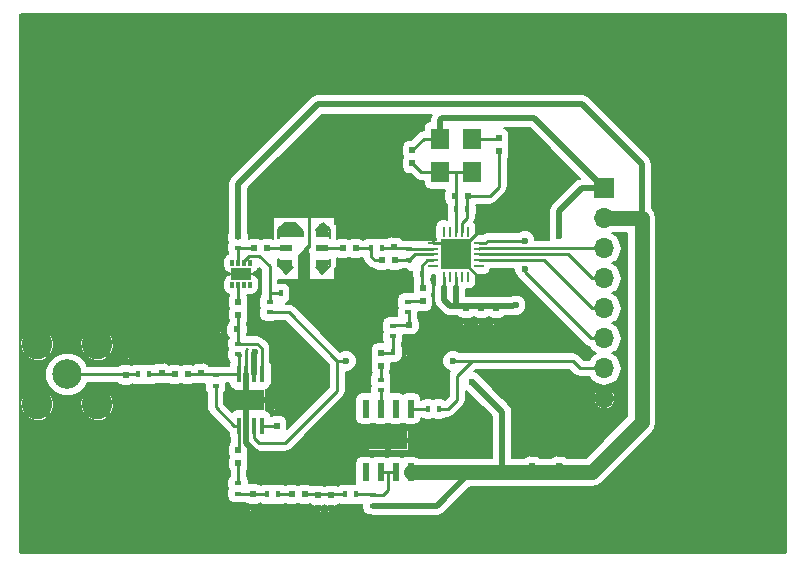
<source format=gbr>
G04 #@! TF.FileFunction,Copper,L1,Top,Signal*
%FSLAX46Y46*%
G04 Gerber Fmt 4.6, Leading zero omitted, Abs format (unit mm)*
G04 Created by KiCad (PCBNEW 4.0.7) date 05/17/18 11:15:25*
%MOMM*%
%LPD*%
G01*
G04 APERTURE LIST*
%ADD10C,0.020000*%
%ADD11R,0.500000X0.600000*%
%ADD12R,2.049780X0.599440*%
%ADD13R,1.099820X0.599440*%
%ADD14R,0.450000X1.450000*%
%ADD15R,2.410000X1.780000*%
%ADD16C,2.500000*%
%ADD17C,2.600000*%
%ADD18R,0.840000X0.260000*%
%ADD19R,0.260000X0.840000*%
%ADD20R,2.600000X2.600000*%
%ADD21R,1.700000X1.700000*%
%ADD22O,1.700000X1.700000*%
%ADD23R,0.600000X0.500000*%
%ADD24R,0.400000X0.600000*%
%ADD25R,0.600000X0.400000*%
%ADD26R,0.600000X1.550000*%
%ADD27R,3.302000X1.524000*%
%ADD28R,0.300000X0.500000*%
%ADD29R,0.880000X1.060000*%
%ADD30R,1.540000X1.800000*%
%ADD31C,0.600000*%
%ADD32C,0.254000*%
%ADD33C,0.508000*%
%ADD34C,0.400000*%
%ADD35C,1.270000*%
%ADD36C,0.200000*%
G04 APERTURE END LIST*
D10*
D11*
X53086000Y-69808000D03*
X53086000Y-70908000D03*
D12*
X56377840Y-47823120D03*
D13*
X55902860Y-49022000D03*
X55902860Y-50220880D03*
X58905140Y-50220880D03*
X58905140Y-49022000D03*
X58905140Y-47823120D03*
D14*
X51857000Y-64049000D03*
X52507000Y-64049000D03*
X53157000Y-64049000D03*
X53807000Y-64049000D03*
X53807000Y-59649000D03*
X53157000Y-59649000D03*
X52507000Y-59649000D03*
X51857000Y-59649000D03*
D15*
X52832000Y-61849000D03*
D16*
X37338000Y-59690000D03*
D17*
X34798000Y-57150000D03*
X34798000Y-62230000D03*
X39878000Y-62230000D03*
X39878000Y-57150000D03*
D18*
X68296000Y-48530000D03*
X68296000Y-49030000D03*
X68296000Y-49530000D03*
X68296000Y-50030000D03*
X68296000Y-50530000D03*
D19*
X69231000Y-51465000D03*
X69731000Y-51465000D03*
X70231000Y-51465000D03*
X70731000Y-51465000D03*
X71231000Y-51465000D03*
D18*
X72166000Y-50530000D03*
X72166000Y-50030000D03*
X72166000Y-49530000D03*
X72166000Y-49030000D03*
X72166000Y-48530000D03*
D19*
X71231000Y-47595000D03*
X70731000Y-47595000D03*
X70231000Y-47595000D03*
X69731000Y-47595000D03*
X69231000Y-47595000D03*
D20*
X70231000Y-49530000D03*
D21*
X82804000Y-43942000D03*
D22*
X82804000Y-46482000D03*
X82804000Y-49022000D03*
X82804000Y-51562000D03*
X82804000Y-54102000D03*
X82804000Y-56642000D03*
X82804000Y-59182000D03*
X82804000Y-61722000D03*
D11*
X42291000Y-59732000D03*
X42291000Y-58632000D03*
X45339000Y-59605000D03*
X45339000Y-58505000D03*
D23*
X46440000Y-59690000D03*
X47540000Y-59690000D03*
D11*
X48641000Y-59605000D03*
X48641000Y-58505000D03*
D23*
X56346000Y-69850000D03*
X57446000Y-69850000D03*
D11*
X59690000Y-69935000D03*
X59690000Y-71035000D03*
X58547000Y-69935000D03*
X58547000Y-71035000D03*
X51816000Y-66125000D03*
X51816000Y-67225000D03*
D24*
X43365000Y-59690000D03*
X44265000Y-59690000D03*
X54287000Y-69850000D03*
X55187000Y-69850000D03*
D25*
X51816000Y-57981000D03*
X51816000Y-57081000D03*
X49911000Y-59748000D03*
X49911000Y-60648000D03*
D24*
X60891000Y-69850000D03*
X61791000Y-69850000D03*
D25*
X63246000Y-70808000D03*
X63246000Y-69908000D03*
X51816000Y-68892000D03*
X51816000Y-69792000D03*
X63881000Y-61029000D03*
X63881000Y-60129000D03*
D24*
X68776000Y-62611000D03*
X67876000Y-62611000D03*
D23*
X51731000Y-55880000D03*
X50631000Y-55880000D03*
D11*
X51816000Y-54652000D03*
X51816000Y-53552000D03*
X55118000Y-64050000D03*
X55118000Y-62950000D03*
D23*
X60664000Y-49022000D03*
X61764000Y-49022000D03*
D11*
X63881000Y-58970000D03*
X63881000Y-57870000D03*
D23*
X63966000Y-50038000D03*
X65066000Y-50038000D03*
D11*
X65024000Y-48937000D03*
X65024000Y-47837000D03*
D23*
X66252000Y-55499000D03*
X67352000Y-55499000D03*
D11*
X67437000Y-53509000D03*
X67437000Y-52409000D03*
D25*
X51816000Y-48064000D03*
X51816000Y-48964000D03*
D24*
X65855000Y-57785000D03*
X64955000Y-57785000D03*
X63050000Y-49022000D03*
X63950000Y-49022000D03*
D25*
X64897000Y-56457000D03*
X64897000Y-55557000D03*
X66294000Y-49980000D03*
X66294000Y-49080000D03*
X66167000Y-54425000D03*
X66167000Y-53525000D03*
D24*
X66479000Y-51181000D03*
X67379000Y-51181000D03*
D26*
X66421000Y-62578000D03*
X65151000Y-62578000D03*
X63881000Y-62578000D03*
X62611000Y-62578000D03*
X62611000Y-67978000D03*
X63881000Y-67978000D03*
X65151000Y-67978000D03*
X66421000Y-67978000D03*
D27*
X64516000Y-65278000D03*
D23*
X53171000Y-49022000D03*
X54271000Y-49022000D03*
D24*
X55430000Y-52832000D03*
X56330000Y-52832000D03*
D25*
X54483000Y-54425000D03*
X54483000Y-53525000D03*
D28*
X51320000Y-52081000D03*
X51820000Y-52081000D03*
X52320000Y-52081000D03*
X52820000Y-52081000D03*
X52820000Y-50281000D03*
X52320000Y-50281000D03*
X51820000Y-50281000D03*
X51320000Y-50281000D03*
D29*
X52510000Y-51181000D03*
X51630000Y-51181000D03*
D11*
X78994000Y-67479000D03*
X78994000Y-66379000D03*
X76708000Y-67479000D03*
X76708000Y-66379000D03*
X72390000Y-54060000D03*
X72390000Y-55160000D03*
X73660000Y-54060000D03*
X73660000Y-55160000D03*
X71120000Y-54060000D03*
X71120000Y-55160000D03*
X66548000Y-40725000D03*
X66548000Y-41825000D03*
X73914000Y-39709000D03*
X73914000Y-40809000D03*
D23*
X71289000Y-44577000D03*
X70189000Y-44577000D03*
D24*
X71189000Y-45720000D03*
X70289000Y-45720000D03*
D30*
X68891000Y-42548000D03*
X71571000Y-42548000D03*
X71571000Y-39748000D03*
X68891000Y-39748000D03*
D31*
X76581000Y-43434000D03*
X55880000Y-50800000D03*
X58928000Y-50800000D03*
X58928000Y-47244000D03*
X56388000Y-47244000D03*
X71628000Y-60325000D03*
X53213000Y-57785000D03*
X69977000Y-58547000D03*
X60960000Y-58547000D03*
X75311000Y-53848000D03*
X78994000Y-48006000D03*
X76073000Y-48387000D03*
X76073000Y-50800000D03*
D32*
X57785000Y-48895000D02*
X57785000Y-46228000D01*
X41656000Y-59690000D02*
X42249000Y-59690000D01*
X42249000Y-59690000D02*
X42291000Y-59732000D01*
X43365000Y-59690000D02*
X41656000Y-59690000D01*
X41656000Y-59690000D02*
X37338000Y-59690000D01*
X72009000Y-47752000D02*
X70231000Y-49530000D01*
X76581000Y-43434000D02*
X76581000Y-44323000D01*
X52507000Y-59649000D02*
X52507000Y-57602000D01*
X52507000Y-57602000D02*
X52578000Y-57531000D01*
X72263000Y-51435000D02*
X72136000Y-51435000D01*
X72136000Y-51435000D02*
X70231000Y-49530000D01*
X67352000Y-55499000D02*
X68072000Y-55499000D01*
X66479000Y-51181000D02*
X65786000Y-51181000D01*
X68296000Y-48530000D02*
X68296000Y-47976000D01*
X68296000Y-47976000D02*
X67945000Y-47625000D01*
X68296000Y-48530000D02*
X69231000Y-48530000D01*
X69231000Y-48530000D02*
X70231000Y-49530000D01*
D33*
X69231000Y-48530000D02*
X70231000Y-49530000D01*
X52507000Y-59649000D02*
X52507000Y-61524000D01*
X52507000Y-61524000D02*
X52832000Y-61849000D01*
X52507000Y-64049000D02*
X52507000Y-62174000D01*
X52507000Y-62174000D02*
X52832000Y-61849000D01*
X52507000Y-64049000D02*
X52507000Y-65461000D01*
X52507000Y-65461000D02*
X53467000Y-66421000D01*
D32*
X55902860Y-50777140D02*
X55880000Y-50800000D01*
X55902860Y-50220880D02*
X55902860Y-50777140D01*
X58905140Y-50220880D02*
X58905140Y-50777140D01*
X58905140Y-50777140D02*
X58928000Y-50800000D01*
X58905140Y-47823120D02*
X58905140Y-47266860D01*
X58905140Y-47266860D02*
X58928000Y-47244000D01*
X56377840Y-47823120D02*
X56377840Y-47254160D01*
X56377840Y-47254160D02*
X56388000Y-47244000D01*
X52705000Y-69792000D02*
X53070000Y-69792000D01*
X53070000Y-69792000D02*
X53086000Y-69808000D01*
X51816000Y-69792000D02*
X52705000Y-69792000D01*
X52705000Y-69792000D02*
X54229000Y-69792000D01*
X54229000Y-69792000D02*
X54287000Y-69850000D01*
X53807000Y-59649000D02*
X53807000Y-57490000D01*
X53398000Y-57081000D02*
X51816000Y-57081000D01*
X53807000Y-57490000D02*
X53398000Y-57081000D01*
X51816000Y-56261000D02*
X51816000Y-55965000D01*
X51816000Y-55965000D02*
X51731000Y-55880000D01*
X51816000Y-56261000D02*
X51816000Y-54652000D01*
X51816000Y-57081000D02*
X51816000Y-56261000D01*
X44958000Y-59690000D02*
X45254000Y-59690000D01*
X45254000Y-59690000D02*
X45339000Y-59605000D01*
X46440000Y-59690000D02*
X44958000Y-59690000D01*
X44958000Y-59690000D02*
X44265000Y-59690000D01*
X48133000Y-59690000D02*
X48556000Y-59690000D01*
X48556000Y-59690000D02*
X48641000Y-59605000D01*
X49530000Y-59690000D02*
X49853000Y-59690000D01*
X49853000Y-59690000D02*
X49911000Y-59748000D01*
X47540000Y-59690000D02*
X48133000Y-59690000D01*
X48133000Y-59690000D02*
X49530000Y-59690000D01*
X49530000Y-59690000D02*
X51816000Y-59690000D01*
X51816000Y-59690000D02*
X51857000Y-59649000D01*
X51857000Y-59649000D02*
X51857000Y-58022000D01*
D34*
X51857000Y-58022000D02*
X51816000Y-57981000D01*
D32*
X55187000Y-69850000D02*
X56346000Y-69850000D01*
X59182000Y-69850000D02*
X59605000Y-69850000D01*
X59605000Y-69850000D02*
X59690000Y-69935000D01*
X58039000Y-69850000D02*
X58462000Y-69850000D01*
X58462000Y-69850000D02*
X58547000Y-69935000D01*
X57446000Y-69850000D02*
X58039000Y-69850000D01*
X58039000Y-69850000D02*
X59182000Y-69850000D01*
X59182000Y-69850000D02*
X60891000Y-69850000D01*
X51816000Y-53552000D02*
X51816000Y-52085000D01*
X51816000Y-52085000D02*
X51820000Y-52081000D01*
X53807000Y-64049000D02*
X55117000Y-64049000D01*
D34*
X55117000Y-64049000D02*
X55118000Y-64050000D01*
D32*
X51857000Y-64049000D02*
X51857000Y-66084000D01*
X51857000Y-66084000D02*
X51816000Y-66125000D01*
X51857000Y-64049000D02*
X51476000Y-64049000D01*
X49911000Y-62484000D02*
X49911000Y-60648000D01*
X51476000Y-64049000D02*
X49911000Y-62484000D01*
X51816000Y-67225000D02*
X51816000Y-68892000D01*
X60664000Y-49022000D02*
X58905140Y-49022000D01*
X63050000Y-49022000D02*
X63050000Y-49715000D01*
X63373000Y-50038000D02*
X63966000Y-50038000D01*
X63050000Y-49715000D02*
X63373000Y-50038000D01*
X61764000Y-49022000D02*
X63050000Y-49022000D01*
X63881000Y-60129000D02*
X63881000Y-58970000D01*
X64955000Y-57785000D02*
X64955000Y-56515000D01*
X64955000Y-56515000D02*
X64897000Y-56457000D01*
X63881000Y-57870000D02*
X64870000Y-57870000D01*
X64870000Y-57870000D02*
X64955000Y-57785000D01*
X65066000Y-50038000D02*
X66236000Y-50038000D01*
D34*
X66236000Y-50038000D02*
X66294000Y-49980000D01*
D32*
X68296000Y-49530000D02*
X66744000Y-49530000D01*
X66744000Y-49530000D02*
X66294000Y-49980000D01*
X68296000Y-49030000D02*
X66344000Y-49030000D01*
X66344000Y-49030000D02*
X66294000Y-49080000D01*
X65786000Y-49022000D02*
X66236000Y-49022000D01*
X66236000Y-49022000D02*
X66294000Y-49080000D01*
X64516000Y-49022000D02*
X64939000Y-49022000D01*
X64939000Y-49022000D02*
X65024000Y-48937000D01*
X63950000Y-49022000D02*
X64516000Y-49022000D01*
X64516000Y-49022000D02*
X65786000Y-49022000D01*
X67437000Y-53509000D02*
X66183000Y-53509000D01*
X66183000Y-53509000D02*
X66167000Y-53525000D01*
X67379000Y-50477000D02*
X67379000Y-51181000D01*
X67379000Y-51181000D02*
X67379000Y-52351000D01*
X67379000Y-52351000D02*
X67437000Y-52409000D01*
X67826000Y-50030000D02*
X67379000Y-50477000D01*
X64516000Y-67978000D02*
X64516000Y-69469000D01*
X64077000Y-69908000D02*
X63246000Y-69908000D01*
X64516000Y-69469000D02*
X64077000Y-69908000D01*
X63881000Y-67978000D02*
X64516000Y-67978000D01*
X64516000Y-67978000D02*
X65151000Y-67978000D01*
X63304000Y-69850000D02*
X63246000Y-69908000D01*
X62738000Y-69850000D02*
X63188000Y-69850000D01*
X63188000Y-69850000D02*
X63246000Y-69908000D01*
X61791000Y-69850000D02*
X62738000Y-69850000D01*
D33*
X53157000Y-59649000D02*
X53157000Y-57841000D01*
X71628000Y-60325000D02*
X74168000Y-62865000D01*
X74168000Y-62865000D02*
X74168000Y-67978000D01*
X53157000Y-57841000D02*
X53213000Y-57785000D01*
X76708000Y-67479000D02*
X76708000Y-67691000D01*
X76708000Y-67691000D02*
X76995000Y-67978000D01*
X78994000Y-67479000D02*
X79036000Y-67479000D01*
X79036000Y-67479000D02*
X79535000Y-67978000D01*
D35*
X82804000Y-46482000D02*
X85979000Y-46482000D01*
X74168000Y-67978000D02*
X76995000Y-67978000D01*
X76995000Y-67978000D02*
X79535000Y-67978000D01*
X79535000Y-67978000D02*
X81755000Y-67978000D01*
D33*
X51816000Y-43561000D02*
X58547000Y-36830000D01*
X58547000Y-36830000D02*
X80899000Y-36830000D01*
X80899000Y-36830000D02*
X85979000Y-41910000D01*
X85979000Y-41910000D02*
X85979000Y-46482000D01*
X51816000Y-43561000D02*
X51816000Y-48064000D01*
D35*
X85979000Y-63754000D02*
X85979000Y-46482000D01*
X81755000Y-67978000D02*
X85979000Y-63754000D01*
X66421000Y-67978000D02*
X71468000Y-67978000D01*
X71468000Y-67978000D02*
X74168000Y-67978000D01*
D33*
X63246000Y-70808000D02*
X68638000Y-70808000D01*
X68638000Y-70808000D02*
X71468000Y-67978000D01*
D32*
X63881000Y-62578000D02*
X63881000Y-61029000D01*
X68776000Y-62611000D02*
X69596000Y-62611000D01*
X70358000Y-59817000D02*
X71628000Y-58547000D01*
X70358000Y-61849000D02*
X70358000Y-59817000D01*
X69596000Y-62611000D02*
X70358000Y-61849000D01*
X60198000Y-58547000D02*
X60960000Y-58547000D01*
X80772000Y-59182000D02*
X82804000Y-59182000D01*
X80137000Y-58547000D02*
X80772000Y-59182000D01*
X69977000Y-58547000D02*
X71628000Y-58547000D01*
X71628000Y-58547000D02*
X80137000Y-58547000D01*
X54483000Y-54425000D02*
X56076000Y-54425000D01*
X53157000Y-65095000D02*
X53157000Y-64049000D01*
X53594000Y-65532000D02*
X53157000Y-65095000D01*
X55753000Y-65532000D02*
X53594000Y-65532000D01*
X60198000Y-61087000D02*
X55753000Y-65532000D01*
X60198000Y-58547000D02*
X60198000Y-61087000D01*
X56076000Y-54425000D02*
X60198000Y-58547000D01*
X66421000Y-62578000D02*
X67843000Y-62578000D01*
X67843000Y-62578000D02*
X67876000Y-62611000D01*
D33*
X70231000Y-52324000D02*
X70231000Y-53911500D01*
X69231000Y-52324000D02*
X69231000Y-53356000D01*
D32*
X70231000Y-52324000D02*
X70231000Y-52070000D01*
X69231000Y-52197000D02*
X69231000Y-52324000D01*
X69231000Y-52197000D02*
X69231000Y-51465000D01*
D33*
X69231000Y-53356000D02*
X69786500Y-53911500D01*
X68891000Y-39748000D02*
X68891000Y-38170000D01*
X76835000Y-37973000D02*
X82804000Y-43942000D01*
X69088000Y-37973000D02*
X76835000Y-37973000D01*
X68891000Y-38170000D02*
X69088000Y-37973000D01*
D32*
X68891000Y-39748000D02*
X67525000Y-39748000D01*
X67525000Y-39748000D02*
X66548000Y-40725000D01*
X71628000Y-53911500D02*
X71268500Y-53911500D01*
X71268500Y-53911500D02*
X71120000Y-54060000D01*
X72771000Y-53911500D02*
X72538500Y-53911500D01*
X72538500Y-53911500D02*
X72390000Y-54060000D01*
X74295000Y-53911500D02*
X73808500Y-53911500D01*
X73808500Y-53911500D02*
X73660000Y-54060000D01*
X75120500Y-53911500D02*
X75247500Y-53911500D01*
X75247500Y-53911500D02*
X75311000Y-53848000D01*
X78994000Y-47752000D02*
X78994000Y-48006000D01*
D33*
X78994000Y-47752000D02*
X78994000Y-45847000D01*
X78994000Y-45847000D02*
X80899000Y-43942000D01*
X80899000Y-43942000D02*
X82804000Y-43942000D01*
X74295000Y-53911500D02*
X75120500Y-53911500D01*
X70167500Y-53911500D02*
X71628000Y-53911500D01*
X71628000Y-53911500D02*
X72771000Y-53911500D01*
X72771000Y-53911500D02*
X74295000Y-53911500D01*
X70167500Y-53911500D02*
X69786500Y-53911500D01*
X69786500Y-53911500D02*
X69231000Y-53356000D01*
X70167500Y-53911500D02*
X70231000Y-53911500D01*
D32*
X70231000Y-51465000D02*
X70231000Y-52070000D01*
X72174000Y-50038000D02*
X77724000Y-50038000D01*
X81788000Y-54102000D02*
X77724000Y-50038000D01*
X81788000Y-54102000D02*
X82804000Y-54102000D01*
X72174000Y-50038000D02*
X72166000Y-50030000D01*
X82804000Y-51562000D02*
X81788000Y-51562000D01*
X79756000Y-49530000D02*
X72166000Y-49530000D01*
X81788000Y-51562000D02*
X79756000Y-49530000D01*
X82804000Y-49022000D02*
X72174000Y-49022000D01*
X72174000Y-49022000D02*
X72166000Y-49030000D01*
X75184000Y-48387000D02*
X72898000Y-48387000D01*
X76073000Y-48387000D02*
X75184000Y-48387000D01*
X76073000Y-51054000D02*
X76073000Y-50800000D01*
X81661000Y-56642000D02*
X76073000Y-51054000D01*
X82804000Y-56642000D02*
X81661000Y-56642000D01*
X72755000Y-48530000D02*
X72166000Y-48530000D01*
X72898000Y-48387000D02*
X72755000Y-48530000D01*
X72166000Y-48530000D02*
X72166000Y-48530000D01*
X51820000Y-50281000D02*
X51820000Y-48968000D01*
X51820000Y-48968000D02*
X51816000Y-48964000D01*
X53171000Y-49022000D02*
X51874000Y-49022000D01*
X51874000Y-49022000D02*
X51816000Y-48964000D01*
X55902860Y-49022000D02*
X54271000Y-49022000D01*
X55430000Y-52832000D02*
X54483000Y-52832000D01*
X52320000Y-50281000D02*
X52320000Y-50042000D01*
X52320000Y-50042000D02*
X52705000Y-49657000D01*
X52705000Y-49657000D02*
X53594000Y-49657000D01*
X53594000Y-49657000D02*
X54483000Y-50546000D01*
X54483000Y-50546000D02*
X54483000Y-52832000D01*
X54483000Y-52832000D02*
X54483000Y-53525000D01*
X66252000Y-55499000D02*
X66252000Y-54510000D01*
X66252000Y-54510000D02*
X66167000Y-54425000D01*
X66252000Y-55499000D02*
X64955000Y-55499000D01*
X64955000Y-55499000D02*
X64897000Y-55557000D01*
X68296000Y-50030000D02*
X67826000Y-50030000D01*
X68891000Y-42548000D02*
X67271000Y-42548000D01*
X67271000Y-42548000D02*
X66548000Y-41825000D01*
X70231000Y-42548000D02*
X70231000Y-44535000D01*
X70231000Y-44535000D02*
X70189000Y-44577000D01*
X71571000Y-42548000D02*
X70231000Y-42548000D01*
X70231000Y-42548000D02*
X68891000Y-42548000D01*
X70289000Y-45720000D02*
X70289000Y-44677000D01*
X70289000Y-44677000D02*
X70189000Y-44577000D01*
X70231000Y-47595000D02*
X70231000Y-45778000D01*
X70231000Y-45778000D02*
X70289000Y-45720000D01*
X71571000Y-39748000D02*
X73875000Y-39748000D01*
X73875000Y-39748000D02*
X73914000Y-39709000D01*
X73914000Y-40809000D02*
X73914000Y-43815000D01*
X73152000Y-44577000D02*
X71289000Y-44577000D01*
X73914000Y-43815000D02*
X73152000Y-44577000D01*
X71189000Y-45720000D02*
X71189000Y-44677000D01*
X71189000Y-44677000D02*
X71289000Y-44577000D01*
X70731000Y-47595000D02*
X70731000Y-46871000D01*
X71189000Y-46413000D02*
X71189000Y-45720000D01*
X70731000Y-46871000D02*
X71189000Y-46413000D01*
D36*
G36*
X98198000Y-29251422D02*
X98198000Y-74761578D01*
X98129578Y-74830000D01*
X33442422Y-74830000D01*
X33374000Y-74761578D01*
X33374000Y-71083000D01*
X52736000Y-71083000D01*
X52736000Y-71227891D01*
X52751224Y-71264645D01*
X52779354Y-71292776D01*
X52816109Y-71308000D01*
X52936000Y-71308000D01*
X52961000Y-71283000D01*
X52961000Y-71058000D01*
X53211000Y-71058000D01*
X53211000Y-71283000D01*
X53236000Y-71308000D01*
X53355891Y-71308000D01*
X53392646Y-71292776D01*
X53420776Y-71264645D01*
X53436000Y-71227891D01*
X53436000Y-71210000D01*
X58197000Y-71210000D01*
X58197000Y-71354891D01*
X58212224Y-71391645D01*
X58240354Y-71419776D01*
X58277109Y-71435000D01*
X58397000Y-71435000D01*
X58422000Y-71410000D01*
X58422000Y-71185000D01*
X58672000Y-71185000D01*
X58672000Y-71410000D01*
X58697000Y-71435000D01*
X58816891Y-71435000D01*
X58853646Y-71419776D01*
X58881776Y-71391645D01*
X58897000Y-71354891D01*
X58897000Y-71210000D01*
X59340000Y-71210000D01*
X59340000Y-71354891D01*
X59355224Y-71391645D01*
X59383354Y-71419776D01*
X59420109Y-71435000D01*
X59540000Y-71435000D01*
X59565000Y-71410000D01*
X59565000Y-71185000D01*
X59815000Y-71185000D01*
X59815000Y-71410000D01*
X59840000Y-71435000D01*
X59959891Y-71435000D01*
X59996646Y-71419776D01*
X60024776Y-71391645D01*
X60040000Y-71354891D01*
X60040000Y-71210000D01*
X60015000Y-71185000D01*
X59815000Y-71185000D01*
X59565000Y-71185000D01*
X59365000Y-71185000D01*
X59340000Y-71210000D01*
X58897000Y-71210000D01*
X58872000Y-71185000D01*
X58672000Y-71185000D01*
X58422000Y-71185000D01*
X58222000Y-71185000D01*
X58197000Y-71210000D01*
X53436000Y-71210000D01*
X53436000Y-71083000D01*
X53411000Y-71058000D01*
X53211000Y-71058000D01*
X52961000Y-71058000D01*
X52761000Y-71058000D01*
X52736000Y-71083000D01*
X33374000Y-71083000D01*
X33374000Y-63324564D01*
X33921225Y-63324564D01*
X34088465Y-63468592D01*
X34616464Y-63645838D01*
X35172100Y-63607535D01*
X35507535Y-63468592D01*
X35674775Y-63324564D01*
X39001225Y-63324564D01*
X39168465Y-63468592D01*
X39696464Y-63645838D01*
X40252100Y-63607535D01*
X40587535Y-63468592D01*
X40754775Y-63324564D01*
X39878000Y-62447789D01*
X39001225Y-63324564D01*
X35674775Y-63324564D01*
X34798000Y-62447789D01*
X33921225Y-63324564D01*
X33374000Y-63324564D01*
X33374000Y-62048464D01*
X33382162Y-62048464D01*
X33420465Y-62604100D01*
X33559408Y-62939535D01*
X33703436Y-63106775D01*
X34580211Y-62230000D01*
X35015789Y-62230000D01*
X35892564Y-63106775D01*
X36036592Y-62939535D01*
X36213838Y-62411536D01*
X36188810Y-62048464D01*
X38462162Y-62048464D01*
X38500465Y-62604100D01*
X38639408Y-62939535D01*
X38783436Y-63106775D01*
X39660211Y-62230000D01*
X40095789Y-62230000D01*
X40972564Y-63106775D01*
X41116592Y-62939535D01*
X41293838Y-62411536D01*
X41255535Y-61855900D01*
X41116592Y-61520465D01*
X40972564Y-61353225D01*
X40095789Y-62230000D01*
X39660211Y-62230000D01*
X38783436Y-61353225D01*
X38639408Y-61520465D01*
X38462162Y-62048464D01*
X36188810Y-62048464D01*
X36175535Y-61855900D01*
X36036592Y-61520465D01*
X35892564Y-61353225D01*
X35015789Y-62230000D01*
X34580211Y-62230000D01*
X33703436Y-61353225D01*
X33559408Y-61520465D01*
X33382162Y-62048464D01*
X33374000Y-62048464D01*
X33374000Y-61135436D01*
X33921225Y-61135436D01*
X34798000Y-62012211D01*
X35674775Y-61135436D01*
X35507535Y-60991408D01*
X34979536Y-60814162D01*
X34423900Y-60852465D01*
X34088465Y-60991408D01*
X33921225Y-61135436D01*
X33374000Y-61135436D01*
X33374000Y-60056373D01*
X35487679Y-60056373D01*
X35768732Y-60736572D01*
X36288691Y-61257439D01*
X36968398Y-61539679D01*
X37704373Y-61540321D01*
X38384572Y-61259268D01*
X38508620Y-61135436D01*
X39001225Y-61135436D01*
X39878000Y-62012211D01*
X40754775Y-61135436D01*
X40587535Y-60991408D01*
X40059536Y-60814162D01*
X39503900Y-60852465D01*
X39168465Y-60991408D01*
X39001225Y-61135436D01*
X38508620Y-61135436D01*
X38905439Y-60739309D01*
X39039274Y-60417000D01*
X41575748Y-60417000D01*
X41602490Y-60458558D01*
X41802993Y-60595556D01*
X42041000Y-60643754D01*
X42541000Y-60643754D01*
X42763346Y-60601917D01*
X42884074Y-60524231D01*
X42926993Y-60553556D01*
X43165000Y-60601754D01*
X43565000Y-60601754D01*
X43787346Y-60559917D01*
X43812558Y-60543693D01*
X43826993Y-60553556D01*
X44065000Y-60601754D01*
X44465000Y-60601754D01*
X44687346Y-60559917D01*
X44840484Y-60461375D01*
X44850993Y-60468556D01*
X45089000Y-60516754D01*
X45589000Y-60516754D01*
X45811346Y-60474917D01*
X45836443Y-60458768D01*
X45901993Y-60503556D01*
X46140000Y-60551754D01*
X46740000Y-60551754D01*
X46962346Y-60509917D01*
X46987558Y-60493693D01*
X47001993Y-60503556D01*
X47240000Y-60551754D01*
X47840000Y-60551754D01*
X48062346Y-60509917D01*
X48140203Y-60459817D01*
X48152993Y-60468556D01*
X48391000Y-60516754D01*
X48891000Y-60516754D01*
X48999246Y-60496386D01*
X48999246Y-60848000D01*
X49041083Y-61070346D01*
X49172490Y-61274558D01*
X49184000Y-61282422D01*
X49184000Y-62483995D01*
X49183999Y-62484000D01*
X49211812Y-62623820D01*
X49239340Y-62762211D01*
X49396933Y-62998067D01*
X50961931Y-64563064D01*
X50961933Y-64563067D01*
X51020246Y-64602030D01*
X51020246Y-64774000D01*
X51062083Y-64996346D01*
X51130000Y-65101892D01*
X51130000Y-65400309D01*
X51002444Y-65586993D01*
X50954246Y-65825000D01*
X50954246Y-66425000D01*
X50996083Y-66647346D01*
X51012307Y-66672558D01*
X51002444Y-66686993D01*
X50954246Y-66925000D01*
X50954246Y-67525000D01*
X50996083Y-67747346D01*
X51089000Y-67891743D01*
X51089000Y-68254137D01*
X50952444Y-68453993D01*
X50904246Y-68692000D01*
X50904246Y-69092000D01*
X50946083Y-69314346D01*
X50962307Y-69339558D01*
X50952444Y-69353993D01*
X50904246Y-69592000D01*
X50904246Y-69992000D01*
X50946083Y-70214346D01*
X51077490Y-70418558D01*
X51277993Y-70555556D01*
X51516000Y-70603754D01*
X52116000Y-70603754D01*
X52338346Y-70561917D01*
X52392621Y-70526992D01*
X52397490Y-70534558D01*
X52597993Y-70671556D01*
X52736000Y-70699503D01*
X52736000Y-70733000D01*
X52761000Y-70758000D01*
X52961000Y-70758000D01*
X52961000Y-70734000D01*
X53211000Y-70734000D01*
X53211000Y-70758000D01*
X53411000Y-70758000D01*
X53436000Y-70733000D01*
X53436000Y-70700938D01*
X53558346Y-70677917D01*
X53681166Y-70598884D01*
X53848993Y-70713556D01*
X54087000Y-70761754D01*
X54487000Y-70761754D01*
X54709346Y-70719917D01*
X54734558Y-70703693D01*
X54748993Y-70713556D01*
X54987000Y-70761754D01*
X55387000Y-70761754D01*
X55609346Y-70719917D01*
X55754128Y-70626752D01*
X55807993Y-70663556D01*
X56046000Y-70711754D01*
X56646000Y-70711754D01*
X56868346Y-70669917D01*
X56893558Y-70653693D01*
X56907993Y-70663556D01*
X57146000Y-70711754D01*
X57746000Y-70711754D01*
X57891803Y-70684320D01*
X58058993Y-70798556D01*
X58197000Y-70826503D01*
X58197000Y-70860000D01*
X58222000Y-70885000D01*
X58422000Y-70885000D01*
X58422000Y-70861000D01*
X58672000Y-70861000D01*
X58672000Y-70885000D01*
X58872000Y-70885000D01*
X58897000Y-70860000D01*
X58897000Y-70827938D01*
X59019346Y-70804917D01*
X59118203Y-70741304D01*
X59201993Y-70798556D01*
X59340000Y-70826503D01*
X59340000Y-70860000D01*
X59365000Y-70885000D01*
X59565000Y-70885000D01*
X59565000Y-70861000D01*
X59815000Y-70861000D01*
X59815000Y-70885000D01*
X60015000Y-70885000D01*
X60040000Y-70860000D01*
X60040000Y-70827938D01*
X60162346Y-70804917D01*
X60366558Y-70673510D01*
X60375414Y-70660549D01*
X60452993Y-70713556D01*
X60691000Y-70761754D01*
X61091000Y-70761754D01*
X61313346Y-70719917D01*
X61338558Y-70703693D01*
X61352993Y-70713556D01*
X61591000Y-70761754D01*
X61991000Y-70761754D01*
X62213346Y-70719917D01*
X62334246Y-70642120D01*
X62334246Y-71008000D01*
X62376083Y-71230346D01*
X62507490Y-71434558D01*
X62707993Y-71571556D01*
X62946000Y-71619754D01*
X63033615Y-71619754D01*
X63246000Y-71662000D01*
X68638000Y-71662000D01*
X68964812Y-71596993D01*
X69241869Y-71411869D01*
X71440738Y-69213000D01*
X81755000Y-69213000D01*
X82227614Y-69118991D01*
X82628277Y-68851277D01*
X86852277Y-64627277D01*
X87119991Y-64226614D01*
X87214000Y-63754000D01*
X87214000Y-46482000D01*
X87119991Y-46009386D01*
X86852277Y-45608723D01*
X86833000Y-45595843D01*
X86833000Y-41910000D01*
X86767993Y-41583188D01*
X86582869Y-41306131D01*
X81502869Y-36226131D01*
X81225812Y-36041007D01*
X80899000Y-35976000D01*
X58547000Y-35976000D01*
X58220188Y-36041007D01*
X57943130Y-36226131D01*
X51212131Y-42957131D01*
X51027007Y-43234188D01*
X50962000Y-43561000D01*
X50962000Y-47612007D01*
X50952444Y-47625993D01*
X50904246Y-47864000D01*
X50904246Y-48264000D01*
X50946083Y-48486346D01*
X50962307Y-48511558D01*
X50952444Y-48525993D01*
X50904246Y-48764000D01*
X50904246Y-49164000D01*
X50946083Y-49386346D01*
X50989151Y-49453275D01*
X50947654Y-49461083D01*
X50743442Y-49592490D01*
X50606444Y-49792993D01*
X50558246Y-50031000D01*
X50558246Y-50531000D01*
X50600083Y-50753346D01*
X50731490Y-50957558D01*
X50931993Y-51094556D01*
X51170000Y-51142754D01*
X51470000Y-51142754D01*
X51573672Y-51123247D01*
X51670000Y-51142754D01*
X51970000Y-51142754D01*
X52073672Y-51123247D01*
X52170000Y-51142754D01*
X52470000Y-51142754D01*
X52573672Y-51123247D01*
X52670000Y-51142754D01*
X52970000Y-51142754D01*
X53192346Y-51100917D01*
X53396558Y-50969510D01*
X53533556Y-50769007D01*
X53557860Y-50648994D01*
X53756000Y-50847134D01*
X53756000Y-52887137D01*
X53619444Y-53086993D01*
X53571246Y-53325000D01*
X53571246Y-53725000D01*
X53613083Y-53947346D01*
X53629307Y-53972558D01*
X53619444Y-53986993D01*
X53571246Y-54225000D01*
X53571246Y-54625000D01*
X53613083Y-54847346D01*
X53744490Y-55051558D01*
X53944993Y-55188556D01*
X54183000Y-55236754D01*
X54783000Y-55236754D01*
X55005346Y-55194917D01*
X55072041Y-55152000D01*
X55774866Y-55152000D01*
X59471000Y-58848133D01*
X59471000Y-60785867D01*
X55979754Y-64277112D01*
X55979754Y-63750000D01*
X55937917Y-63527654D01*
X55806510Y-63323442D01*
X55606007Y-63186444D01*
X55468000Y-63158497D01*
X55468000Y-63125000D01*
X55443000Y-63100000D01*
X55243000Y-63100000D01*
X55243000Y-63124000D01*
X54993000Y-63124000D01*
X54993000Y-63100000D01*
X54793000Y-63100000D01*
X54768000Y-63125000D01*
X54768000Y-63157062D01*
X54645654Y-63180083D01*
X54619804Y-63196717D01*
X54601917Y-63101654D01*
X54470510Y-62897442D01*
X54270007Y-62760444D01*
X54137000Y-62733509D01*
X54137000Y-62630109D01*
X54768000Y-62630109D01*
X54768000Y-62775000D01*
X54793000Y-62800000D01*
X54993000Y-62800000D01*
X54993000Y-62575000D01*
X55243000Y-62575000D01*
X55243000Y-62800000D01*
X55443000Y-62800000D01*
X55468000Y-62775000D01*
X55468000Y-62630109D01*
X55452776Y-62593355D01*
X55424646Y-62565224D01*
X55387891Y-62550000D01*
X55268000Y-62550000D01*
X55243000Y-62575000D01*
X54993000Y-62575000D01*
X54968000Y-62550000D01*
X54848109Y-62550000D01*
X54811354Y-62565224D01*
X54783224Y-62593355D01*
X54768000Y-62630109D01*
X54137000Y-62630109D01*
X54137000Y-62028000D01*
X54112000Y-62003000D01*
X52986000Y-62003000D01*
X52986000Y-62023000D01*
X52678000Y-62023000D01*
X52678000Y-62003000D01*
X51552000Y-62003000D01*
X51527000Y-62028000D01*
X51527000Y-62732003D01*
X51409654Y-62754083D01*
X51287695Y-62832562D01*
X50638000Y-62182866D01*
X50638000Y-61285863D01*
X50774556Y-61086007D01*
X50822754Y-60848000D01*
X50822754Y-60448000D01*
X50816921Y-60417000D01*
X51028337Y-60417000D01*
X51062083Y-60596346D01*
X51193490Y-60800558D01*
X51393993Y-60937556D01*
X51527000Y-60964491D01*
X51527000Y-61670000D01*
X51552000Y-61695000D01*
X52678000Y-61695000D01*
X52678000Y-61675000D01*
X52986000Y-61675000D01*
X52986000Y-61695000D01*
X54112000Y-61695000D01*
X54137000Y-61670000D01*
X54137000Y-60965997D01*
X54254346Y-60943917D01*
X54458558Y-60812510D01*
X54595556Y-60612007D01*
X54643754Y-60374000D01*
X54643754Y-58924000D01*
X54601917Y-58701654D01*
X54534000Y-58596108D01*
X54534000Y-57490000D01*
X54478660Y-57211789D01*
X54321067Y-56975933D01*
X54321064Y-56975931D01*
X53912067Y-56566933D01*
X53780565Y-56479067D01*
X53676211Y-56409340D01*
X53630052Y-56400158D01*
X53398000Y-56353999D01*
X53397995Y-56354000D01*
X52597393Y-56354000D01*
X52642754Y-56130000D01*
X52642754Y-55630000D01*
X52600917Y-55407654D01*
X52543000Y-55317649D01*
X52543000Y-55316686D01*
X52629556Y-55190007D01*
X52677754Y-54952000D01*
X52677754Y-54352000D01*
X52635917Y-54129654D01*
X52619693Y-54104442D01*
X52629556Y-54090007D01*
X52677754Y-53852000D01*
X52677754Y-53252000D01*
X52635917Y-53029654D01*
X52568118Y-52924292D01*
X52573672Y-52923247D01*
X52670000Y-52942754D01*
X52970000Y-52942754D01*
X53192346Y-52900917D01*
X53396558Y-52769510D01*
X53533556Y-52569007D01*
X53581754Y-52331000D01*
X53581754Y-51831000D01*
X53539917Y-51608654D01*
X53408510Y-51404442D01*
X53208007Y-51267444D01*
X52970000Y-51219246D01*
X52670000Y-51219246D01*
X52566328Y-51238753D01*
X52470000Y-51219246D01*
X52170000Y-51219246D01*
X52066328Y-51238753D01*
X51970000Y-51219246D01*
X51670000Y-51219246D01*
X51566328Y-51238753D01*
X51470000Y-51219246D01*
X51170000Y-51219246D01*
X50947654Y-51261083D01*
X50743442Y-51392490D01*
X50606444Y-51592993D01*
X50558246Y-51831000D01*
X50558246Y-52331000D01*
X50600083Y-52553346D01*
X50731490Y-52757558D01*
X50931993Y-52894556D01*
X51065569Y-52921606D01*
X51002444Y-53013993D01*
X50954246Y-53252000D01*
X50954246Y-53852000D01*
X50996083Y-54074346D01*
X51012307Y-54099558D01*
X51002444Y-54113993D01*
X50954246Y-54352000D01*
X50954246Y-54952000D01*
X50996083Y-55174346D01*
X51006332Y-55190274D01*
X51004442Y-55191490D01*
X50867444Y-55391993D01*
X50839497Y-55530000D01*
X50806000Y-55530000D01*
X50781000Y-55555000D01*
X50781000Y-55755000D01*
X50805000Y-55755000D01*
X50805000Y-56005000D01*
X50781000Y-56005000D01*
X50781000Y-56205000D01*
X50806000Y-56230000D01*
X50838062Y-56230000D01*
X50861083Y-56352346D01*
X50992490Y-56556558D01*
X51005451Y-56565414D01*
X50952444Y-56642993D01*
X50904246Y-56881000D01*
X50904246Y-57281000D01*
X50946083Y-57503346D01*
X50962307Y-57528558D01*
X50952444Y-57542993D01*
X50904246Y-57781000D01*
X50904246Y-58181000D01*
X50946083Y-58403346D01*
X51077490Y-58607558D01*
X51107859Y-58628308D01*
X51068444Y-58685993D01*
X51020246Y-58924000D01*
X51020246Y-58963000D01*
X50343114Y-58963000D01*
X50211000Y-58936246D01*
X49611000Y-58936246D01*
X49468814Y-58963000D01*
X49383922Y-58963000D01*
X49329510Y-58878442D01*
X49129007Y-58741444D01*
X48991000Y-58713497D01*
X48991000Y-58680000D01*
X48966000Y-58655000D01*
X48766000Y-58655000D01*
X48766000Y-58679000D01*
X48516000Y-58679000D01*
X48516000Y-58655000D01*
X48316000Y-58655000D01*
X48291000Y-58680000D01*
X48291000Y-58712062D01*
X48168654Y-58735083D01*
X47979860Y-58856569D01*
X47840000Y-58828246D01*
X47240000Y-58828246D01*
X47017654Y-58870083D01*
X46992442Y-58886307D01*
X46978007Y-58876444D01*
X46740000Y-58828246D01*
X46140000Y-58828246D01*
X45994197Y-58855680D01*
X45827007Y-58741444D01*
X45689000Y-58713497D01*
X45689000Y-58680000D01*
X45664000Y-58655000D01*
X45464000Y-58655000D01*
X45464000Y-58679000D01*
X45214000Y-58679000D01*
X45214000Y-58655000D01*
X45014000Y-58655000D01*
X44989000Y-58680000D01*
X44989000Y-58712062D01*
X44866654Y-58735083D01*
X44713516Y-58833625D01*
X44703007Y-58826444D01*
X44465000Y-58778246D01*
X44065000Y-58778246D01*
X43842654Y-58820083D01*
X43817442Y-58836307D01*
X43803007Y-58826444D01*
X43565000Y-58778246D01*
X43165000Y-58778246D01*
X42942654Y-58820083D01*
X42821926Y-58897769D01*
X42779007Y-58868444D01*
X42641000Y-58840497D01*
X42641000Y-58807000D01*
X42616000Y-58782000D01*
X42416000Y-58782000D01*
X42416000Y-58806000D01*
X42166000Y-58806000D01*
X42166000Y-58782000D01*
X41966000Y-58782000D01*
X41941000Y-58807000D01*
X41941000Y-58839062D01*
X41818654Y-58862083D01*
X41661825Y-58963000D01*
X39039313Y-58963000D01*
X38907268Y-58643428D01*
X38509100Y-58244564D01*
X39001225Y-58244564D01*
X39168465Y-58388592D01*
X39696464Y-58565838D01*
X40252100Y-58527535D01*
X40587535Y-58388592D01*
X40676344Y-58312109D01*
X41941000Y-58312109D01*
X41941000Y-58457000D01*
X41966000Y-58482000D01*
X42166000Y-58482000D01*
X42166000Y-58257000D01*
X42416000Y-58257000D01*
X42416000Y-58482000D01*
X42616000Y-58482000D01*
X42641000Y-58457000D01*
X42641000Y-58312109D01*
X42625776Y-58275355D01*
X42597646Y-58247224D01*
X42560891Y-58232000D01*
X42441000Y-58232000D01*
X42416000Y-58257000D01*
X42166000Y-58257000D01*
X42141000Y-58232000D01*
X42021109Y-58232000D01*
X41984354Y-58247224D01*
X41956224Y-58275355D01*
X41941000Y-58312109D01*
X40676344Y-58312109D01*
X40754775Y-58244564D01*
X40695320Y-58185109D01*
X44989000Y-58185109D01*
X44989000Y-58330000D01*
X45014000Y-58355000D01*
X45214000Y-58355000D01*
X45214000Y-58130000D01*
X45464000Y-58130000D01*
X45464000Y-58355000D01*
X45664000Y-58355000D01*
X45689000Y-58330000D01*
X45689000Y-58185109D01*
X48291000Y-58185109D01*
X48291000Y-58330000D01*
X48316000Y-58355000D01*
X48516000Y-58355000D01*
X48516000Y-58130000D01*
X48766000Y-58130000D01*
X48766000Y-58355000D01*
X48966000Y-58355000D01*
X48991000Y-58330000D01*
X48991000Y-58185109D01*
X48975776Y-58148355D01*
X48947646Y-58120224D01*
X48910891Y-58105000D01*
X48791000Y-58105000D01*
X48766000Y-58130000D01*
X48516000Y-58130000D01*
X48491000Y-58105000D01*
X48371109Y-58105000D01*
X48334354Y-58120224D01*
X48306224Y-58148355D01*
X48291000Y-58185109D01*
X45689000Y-58185109D01*
X45673776Y-58148355D01*
X45645646Y-58120224D01*
X45608891Y-58105000D01*
X45489000Y-58105000D01*
X45464000Y-58130000D01*
X45214000Y-58130000D01*
X45189000Y-58105000D01*
X45069109Y-58105000D01*
X45032354Y-58120224D01*
X45004224Y-58148355D01*
X44989000Y-58185109D01*
X40695320Y-58185109D01*
X39878000Y-57367789D01*
X39001225Y-58244564D01*
X38509100Y-58244564D01*
X38387309Y-58122561D01*
X37707602Y-57840321D01*
X36971627Y-57839679D01*
X36291428Y-58120732D01*
X35770561Y-58640691D01*
X35488321Y-59320398D01*
X35487679Y-60056373D01*
X33374000Y-60056373D01*
X33374000Y-58244564D01*
X33921225Y-58244564D01*
X34088465Y-58388592D01*
X34616464Y-58565838D01*
X35172100Y-58527535D01*
X35507535Y-58388592D01*
X35674775Y-58244564D01*
X34798000Y-57367789D01*
X33921225Y-58244564D01*
X33374000Y-58244564D01*
X33374000Y-56968464D01*
X33382162Y-56968464D01*
X33420465Y-57524100D01*
X33559408Y-57859535D01*
X33703436Y-58026775D01*
X34580211Y-57150000D01*
X35015789Y-57150000D01*
X35892564Y-58026775D01*
X36036592Y-57859535D01*
X36213838Y-57331536D01*
X36188810Y-56968464D01*
X38462162Y-56968464D01*
X38500465Y-57524100D01*
X38639408Y-57859535D01*
X38783436Y-58026775D01*
X39660211Y-57150000D01*
X40095789Y-57150000D01*
X40972564Y-58026775D01*
X41116592Y-57859535D01*
X41293838Y-57331536D01*
X41255535Y-56775900D01*
X41116592Y-56440465D01*
X40972564Y-56273225D01*
X40095789Y-57150000D01*
X39660211Y-57150000D01*
X38783436Y-56273225D01*
X38639408Y-56440465D01*
X38462162Y-56968464D01*
X36188810Y-56968464D01*
X36175535Y-56775900D01*
X36036592Y-56440465D01*
X35892564Y-56273225D01*
X35015789Y-57150000D01*
X34580211Y-57150000D01*
X33703436Y-56273225D01*
X33559408Y-56440465D01*
X33382162Y-56968464D01*
X33374000Y-56968464D01*
X33374000Y-56055436D01*
X33921225Y-56055436D01*
X34798000Y-56932211D01*
X35674775Y-56055436D01*
X39001225Y-56055436D01*
X39878000Y-56932211D01*
X40754775Y-56055436D01*
X40725240Y-56030000D01*
X50231000Y-56030000D01*
X50231000Y-56149891D01*
X50246224Y-56186646D01*
X50274355Y-56214776D01*
X50311109Y-56230000D01*
X50456000Y-56230000D01*
X50481000Y-56205000D01*
X50481000Y-56005000D01*
X50256000Y-56005000D01*
X50231000Y-56030000D01*
X40725240Y-56030000D01*
X40587535Y-55911408D01*
X40059536Y-55734162D01*
X39503900Y-55772465D01*
X39168465Y-55911408D01*
X39001225Y-56055436D01*
X35674775Y-56055436D01*
X35507535Y-55911408D01*
X34979536Y-55734162D01*
X34423900Y-55772465D01*
X34088465Y-55911408D01*
X33921225Y-56055436D01*
X33374000Y-56055436D01*
X33374000Y-55610109D01*
X50231000Y-55610109D01*
X50231000Y-55730000D01*
X50256000Y-55755000D01*
X50481000Y-55755000D01*
X50481000Y-55555000D01*
X50456000Y-55530000D01*
X50311109Y-55530000D01*
X50274355Y-55545224D01*
X50246224Y-55573354D01*
X50231000Y-55610109D01*
X33374000Y-55610109D01*
X33374000Y-29251422D01*
X33442422Y-29183000D01*
X98129578Y-29183000D01*
X98198000Y-29251422D01*
X98198000Y-29251422D01*
G37*
X98198000Y-29251422D02*
X98198000Y-74761578D01*
X98129578Y-74830000D01*
X33442422Y-74830000D01*
X33374000Y-74761578D01*
X33374000Y-71083000D01*
X52736000Y-71083000D01*
X52736000Y-71227891D01*
X52751224Y-71264645D01*
X52779354Y-71292776D01*
X52816109Y-71308000D01*
X52936000Y-71308000D01*
X52961000Y-71283000D01*
X52961000Y-71058000D01*
X53211000Y-71058000D01*
X53211000Y-71283000D01*
X53236000Y-71308000D01*
X53355891Y-71308000D01*
X53392646Y-71292776D01*
X53420776Y-71264645D01*
X53436000Y-71227891D01*
X53436000Y-71210000D01*
X58197000Y-71210000D01*
X58197000Y-71354891D01*
X58212224Y-71391645D01*
X58240354Y-71419776D01*
X58277109Y-71435000D01*
X58397000Y-71435000D01*
X58422000Y-71410000D01*
X58422000Y-71185000D01*
X58672000Y-71185000D01*
X58672000Y-71410000D01*
X58697000Y-71435000D01*
X58816891Y-71435000D01*
X58853646Y-71419776D01*
X58881776Y-71391645D01*
X58897000Y-71354891D01*
X58897000Y-71210000D01*
X59340000Y-71210000D01*
X59340000Y-71354891D01*
X59355224Y-71391645D01*
X59383354Y-71419776D01*
X59420109Y-71435000D01*
X59540000Y-71435000D01*
X59565000Y-71410000D01*
X59565000Y-71185000D01*
X59815000Y-71185000D01*
X59815000Y-71410000D01*
X59840000Y-71435000D01*
X59959891Y-71435000D01*
X59996646Y-71419776D01*
X60024776Y-71391645D01*
X60040000Y-71354891D01*
X60040000Y-71210000D01*
X60015000Y-71185000D01*
X59815000Y-71185000D01*
X59565000Y-71185000D01*
X59365000Y-71185000D01*
X59340000Y-71210000D01*
X58897000Y-71210000D01*
X58872000Y-71185000D01*
X58672000Y-71185000D01*
X58422000Y-71185000D01*
X58222000Y-71185000D01*
X58197000Y-71210000D01*
X53436000Y-71210000D01*
X53436000Y-71083000D01*
X53411000Y-71058000D01*
X53211000Y-71058000D01*
X52961000Y-71058000D01*
X52761000Y-71058000D01*
X52736000Y-71083000D01*
X33374000Y-71083000D01*
X33374000Y-63324564D01*
X33921225Y-63324564D01*
X34088465Y-63468592D01*
X34616464Y-63645838D01*
X35172100Y-63607535D01*
X35507535Y-63468592D01*
X35674775Y-63324564D01*
X39001225Y-63324564D01*
X39168465Y-63468592D01*
X39696464Y-63645838D01*
X40252100Y-63607535D01*
X40587535Y-63468592D01*
X40754775Y-63324564D01*
X39878000Y-62447789D01*
X39001225Y-63324564D01*
X35674775Y-63324564D01*
X34798000Y-62447789D01*
X33921225Y-63324564D01*
X33374000Y-63324564D01*
X33374000Y-62048464D01*
X33382162Y-62048464D01*
X33420465Y-62604100D01*
X33559408Y-62939535D01*
X33703436Y-63106775D01*
X34580211Y-62230000D01*
X35015789Y-62230000D01*
X35892564Y-63106775D01*
X36036592Y-62939535D01*
X36213838Y-62411536D01*
X36188810Y-62048464D01*
X38462162Y-62048464D01*
X38500465Y-62604100D01*
X38639408Y-62939535D01*
X38783436Y-63106775D01*
X39660211Y-62230000D01*
X40095789Y-62230000D01*
X40972564Y-63106775D01*
X41116592Y-62939535D01*
X41293838Y-62411536D01*
X41255535Y-61855900D01*
X41116592Y-61520465D01*
X40972564Y-61353225D01*
X40095789Y-62230000D01*
X39660211Y-62230000D01*
X38783436Y-61353225D01*
X38639408Y-61520465D01*
X38462162Y-62048464D01*
X36188810Y-62048464D01*
X36175535Y-61855900D01*
X36036592Y-61520465D01*
X35892564Y-61353225D01*
X35015789Y-62230000D01*
X34580211Y-62230000D01*
X33703436Y-61353225D01*
X33559408Y-61520465D01*
X33382162Y-62048464D01*
X33374000Y-62048464D01*
X33374000Y-61135436D01*
X33921225Y-61135436D01*
X34798000Y-62012211D01*
X35674775Y-61135436D01*
X35507535Y-60991408D01*
X34979536Y-60814162D01*
X34423900Y-60852465D01*
X34088465Y-60991408D01*
X33921225Y-61135436D01*
X33374000Y-61135436D01*
X33374000Y-60056373D01*
X35487679Y-60056373D01*
X35768732Y-60736572D01*
X36288691Y-61257439D01*
X36968398Y-61539679D01*
X37704373Y-61540321D01*
X38384572Y-61259268D01*
X38508620Y-61135436D01*
X39001225Y-61135436D01*
X39878000Y-62012211D01*
X40754775Y-61135436D01*
X40587535Y-60991408D01*
X40059536Y-60814162D01*
X39503900Y-60852465D01*
X39168465Y-60991408D01*
X39001225Y-61135436D01*
X38508620Y-61135436D01*
X38905439Y-60739309D01*
X39039274Y-60417000D01*
X41575748Y-60417000D01*
X41602490Y-60458558D01*
X41802993Y-60595556D01*
X42041000Y-60643754D01*
X42541000Y-60643754D01*
X42763346Y-60601917D01*
X42884074Y-60524231D01*
X42926993Y-60553556D01*
X43165000Y-60601754D01*
X43565000Y-60601754D01*
X43787346Y-60559917D01*
X43812558Y-60543693D01*
X43826993Y-60553556D01*
X44065000Y-60601754D01*
X44465000Y-60601754D01*
X44687346Y-60559917D01*
X44840484Y-60461375D01*
X44850993Y-60468556D01*
X45089000Y-60516754D01*
X45589000Y-60516754D01*
X45811346Y-60474917D01*
X45836443Y-60458768D01*
X45901993Y-60503556D01*
X46140000Y-60551754D01*
X46740000Y-60551754D01*
X46962346Y-60509917D01*
X46987558Y-60493693D01*
X47001993Y-60503556D01*
X47240000Y-60551754D01*
X47840000Y-60551754D01*
X48062346Y-60509917D01*
X48140203Y-60459817D01*
X48152993Y-60468556D01*
X48391000Y-60516754D01*
X48891000Y-60516754D01*
X48999246Y-60496386D01*
X48999246Y-60848000D01*
X49041083Y-61070346D01*
X49172490Y-61274558D01*
X49184000Y-61282422D01*
X49184000Y-62483995D01*
X49183999Y-62484000D01*
X49211812Y-62623820D01*
X49239340Y-62762211D01*
X49396933Y-62998067D01*
X50961931Y-64563064D01*
X50961933Y-64563067D01*
X51020246Y-64602030D01*
X51020246Y-64774000D01*
X51062083Y-64996346D01*
X51130000Y-65101892D01*
X51130000Y-65400309D01*
X51002444Y-65586993D01*
X50954246Y-65825000D01*
X50954246Y-66425000D01*
X50996083Y-66647346D01*
X51012307Y-66672558D01*
X51002444Y-66686993D01*
X50954246Y-66925000D01*
X50954246Y-67525000D01*
X50996083Y-67747346D01*
X51089000Y-67891743D01*
X51089000Y-68254137D01*
X50952444Y-68453993D01*
X50904246Y-68692000D01*
X50904246Y-69092000D01*
X50946083Y-69314346D01*
X50962307Y-69339558D01*
X50952444Y-69353993D01*
X50904246Y-69592000D01*
X50904246Y-69992000D01*
X50946083Y-70214346D01*
X51077490Y-70418558D01*
X51277993Y-70555556D01*
X51516000Y-70603754D01*
X52116000Y-70603754D01*
X52338346Y-70561917D01*
X52392621Y-70526992D01*
X52397490Y-70534558D01*
X52597993Y-70671556D01*
X52736000Y-70699503D01*
X52736000Y-70733000D01*
X52761000Y-70758000D01*
X52961000Y-70758000D01*
X52961000Y-70734000D01*
X53211000Y-70734000D01*
X53211000Y-70758000D01*
X53411000Y-70758000D01*
X53436000Y-70733000D01*
X53436000Y-70700938D01*
X53558346Y-70677917D01*
X53681166Y-70598884D01*
X53848993Y-70713556D01*
X54087000Y-70761754D01*
X54487000Y-70761754D01*
X54709346Y-70719917D01*
X54734558Y-70703693D01*
X54748993Y-70713556D01*
X54987000Y-70761754D01*
X55387000Y-70761754D01*
X55609346Y-70719917D01*
X55754128Y-70626752D01*
X55807993Y-70663556D01*
X56046000Y-70711754D01*
X56646000Y-70711754D01*
X56868346Y-70669917D01*
X56893558Y-70653693D01*
X56907993Y-70663556D01*
X57146000Y-70711754D01*
X57746000Y-70711754D01*
X57891803Y-70684320D01*
X58058993Y-70798556D01*
X58197000Y-70826503D01*
X58197000Y-70860000D01*
X58222000Y-70885000D01*
X58422000Y-70885000D01*
X58422000Y-70861000D01*
X58672000Y-70861000D01*
X58672000Y-70885000D01*
X58872000Y-70885000D01*
X58897000Y-70860000D01*
X58897000Y-70827938D01*
X59019346Y-70804917D01*
X59118203Y-70741304D01*
X59201993Y-70798556D01*
X59340000Y-70826503D01*
X59340000Y-70860000D01*
X59365000Y-70885000D01*
X59565000Y-70885000D01*
X59565000Y-70861000D01*
X59815000Y-70861000D01*
X59815000Y-70885000D01*
X60015000Y-70885000D01*
X60040000Y-70860000D01*
X60040000Y-70827938D01*
X60162346Y-70804917D01*
X60366558Y-70673510D01*
X60375414Y-70660549D01*
X60452993Y-70713556D01*
X60691000Y-70761754D01*
X61091000Y-70761754D01*
X61313346Y-70719917D01*
X61338558Y-70703693D01*
X61352993Y-70713556D01*
X61591000Y-70761754D01*
X61991000Y-70761754D01*
X62213346Y-70719917D01*
X62334246Y-70642120D01*
X62334246Y-71008000D01*
X62376083Y-71230346D01*
X62507490Y-71434558D01*
X62707993Y-71571556D01*
X62946000Y-71619754D01*
X63033615Y-71619754D01*
X63246000Y-71662000D01*
X68638000Y-71662000D01*
X68964812Y-71596993D01*
X69241869Y-71411869D01*
X71440738Y-69213000D01*
X81755000Y-69213000D01*
X82227614Y-69118991D01*
X82628277Y-68851277D01*
X86852277Y-64627277D01*
X87119991Y-64226614D01*
X87214000Y-63754000D01*
X87214000Y-46482000D01*
X87119991Y-46009386D01*
X86852277Y-45608723D01*
X86833000Y-45595843D01*
X86833000Y-41910000D01*
X86767993Y-41583188D01*
X86582869Y-41306131D01*
X81502869Y-36226131D01*
X81225812Y-36041007D01*
X80899000Y-35976000D01*
X58547000Y-35976000D01*
X58220188Y-36041007D01*
X57943130Y-36226131D01*
X51212131Y-42957131D01*
X51027007Y-43234188D01*
X50962000Y-43561000D01*
X50962000Y-47612007D01*
X50952444Y-47625993D01*
X50904246Y-47864000D01*
X50904246Y-48264000D01*
X50946083Y-48486346D01*
X50962307Y-48511558D01*
X50952444Y-48525993D01*
X50904246Y-48764000D01*
X50904246Y-49164000D01*
X50946083Y-49386346D01*
X50989151Y-49453275D01*
X50947654Y-49461083D01*
X50743442Y-49592490D01*
X50606444Y-49792993D01*
X50558246Y-50031000D01*
X50558246Y-50531000D01*
X50600083Y-50753346D01*
X50731490Y-50957558D01*
X50931993Y-51094556D01*
X51170000Y-51142754D01*
X51470000Y-51142754D01*
X51573672Y-51123247D01*
X51670000Y-51142754D01*
X51970000Y-51142754D01*
X52073672Y-51123247D01*
X52170000Y-51142754D01*
X52470000Y-51142754D01*
X52573672Y-51123247D01*
X52670000Y-51142754D01*
X52970000Y-51142754D01*
X53192346Y-51100917D01*
X53396558Y-50969510D01*
X53533556Y-50769007D01*
X53557860Y-50648994D01*
X53756000Y-50847134D01*
X53756000Y-52887137D01*
X53619444Y-53086993D01*
X53571246Y-53325000D01*
X53571246Y-53725000D01*
X53613083Y-53947346D01*
X53629307Y-53972558D01*
X53619444Y-53986993D01*
X53571246Y-54225000D01*
X53571246Y-54625000D01*
X53613083Y-54847346D01*
X53744490Y-55051558D01*
X53944993Y-55188556D01*
X54183000Y-55236754D01*
X54783000Y-55236754D01*
X55005346Y-55194917D01*
X55072041Y-55152000D01*
X55774866Y-55152000D01*
X59471000Y-58848133D01*
X59471000Y-60785867D01*
X55979754Y-64277112D01*
X55979754Y-63750000D01*
X55937917Y-63527654D01*
X55806510Y-63323442D01*
X55606007Y-63186444D01*
X55468000Y-63158497D01*
X55468000Y-63125000D01*
X55443000Y-63100000D01*
X55243000Y-63100000D01*
X55243000Y-63124000D01*
X54993000Y-63124000D01*
X54993000Y-63100000D01*
X54793000Y-63100000D01*
X54768000Y-63125000D01*
X54768000Y-63157062D01*
X54645654Y-63180083D01*
X54619804Y-63196717D01*
X54601917Y-63101654D01*
X54470510Y-62897442D01*
X54270007Y-62760444D01*
X54137000Y-62733509D01*
X54137000Y-62630109D01*
X54768000Y-62630109D01*
X54768000Y-62775000D01*
X54793000Y-62800000D01*
X54993000Y-62800000D01*
X54993000Y-62575000D01*
X55243000Y-62575000D01*
X55243000Y-62800000D01*
X55443000Y-62800000D01*
X55468000Y-62775000D01*
X55468000Y-62630109D01*
X55452776Y-62593355D01*
X55424646Y-62565224D01*
X55387891Y-62550000D01*
X55268000Y-62550000D01*
X55243000Y-62575000D01*
X54993000Y-62575000D01*
X54968000Y-62550000D01*
X54848109Y-62550000D01*
X54811354Y-62565224D01*
X54783224Y-62593355D01*
X54768000Y-62630109D01*
X54137000Y-62630109D01*
X54137000Y-62028000D01*
X54112000Y-62003000D01*
X52986000Y-62003000D01*
X52986000Y-62023000D01*
X52678000Y-62023000D01*
X52678000Y-62003000D01*
X51552000Y-62003000D01*
X51527000Y-62028000D01*
X51527000Y-62732003D01*
X51409654Y-62754083D01*
X51287695Y-62832562D01*
X50638000Y-62182866D01*
X50638000Y-61285863D01*
X50774556Y-61086007D01*
X50822754Y-60848000D01*
X50822754Y-60448000D01*
X50816921Y-60417000D01*
X51028337Y-60417000D01*
X51062083Y-60596346D01*
X51193490Y-60800558D01*
X51393993Y-60937556D01*
X51527000Y-60964491D01*
X51527000Y-61670000D01*
X51552000Y-61695000D01*
X52678000Y-61695000D01*
X52678000Y-61675000D01*
X52986000Y-61675000D01*
X52986000Y-61695000D01*
X54112000Y-61695000D01*
X54137000Y-61670000D01*
X54137000Y-60965997D01*
X54254346Y-60943917D01*
X54458558Y-60812510D01*
X54595556Y-60612007D01*
X54643754Y-60374000D01*
X54643754Y-58924000D01*
X54601917Y-58701654D01*
X54534000Y-58596108D01*
X54534000Y-57490000D01*
X54478660Y-57211789D01*
X54321067Y-56975933D01*
X54321064Y-56975931D01*
X53912067Y-56566933D01*
X53780565Y-56479067D01*
X53676211Y-56409340D01*
X53630052Y-56400158D01*
X53398000Y-56353999D01*
X53397995Y-56354000D01*
X52597393Y-56354000D01*
X52642754Y-56130000D01*
X52642754Y-55630000D01*
X52600917Y-55407654D01*
X52543000Y-55317649D01*
X52543000Y-55316686D01*
X52629556Y-55190007D01*
X52677754Y-54952000D01*
X52677754Y-54352000D01*
X52635917Y-54129654D01*
X52619693Y-54104442D01*
X52629556Y-54090007D01*
X52677754Y-53852000D01*
X52677754Y-53252000D01*
X52635917Y-53029654D01*
X52568118Y-52924292D01*
X52573672Y-52923247D01*
X52670000Y-52942754D01*
X52970000Y-52942754D01*
X53192346Y-52900917D01*
X53396558Y-52769510D01*
X53533556Y-52569007D01*
X53581754Y-52331000D01*
X53581754Y-51831000D01*
X53539917Y-51608654D01*
X53408510Y-51404442D01*
X53208007Y-51267444D01*
X52970000Y-51219246D01*
X52670000Y-51219246D01*
X52566328Y-51238753D01*
X52470000Y-51219246D01*
X52170000Y-51219246D01*
X52066328Y-51238753D01*
X51970000Y-51219246D01*
X51670000Y-51219246D01*
X51566328Y-51238753D01*
X51470000Y-51219246D01*
X51170000Y-51219246D01*
X50947654Y-51261083D01*
X50743442Y-51392490D01*
X50606444Y-51592993D01*
X50558246Y-51831000D01*
X50558246Y-52331000D01*
X50600083Y-52553346D01*
X50731490Y-52757558D01*
X50931993Y-52894556D01*
X51065569Y-52921606D01*
X51002444Y-53013993D01*
X50954246Y-53252000D01*
X50954246Y-53852000D01*
X50996083Y-54074346D01*
X51012307Y-54099558D01*
X51002444Y-54113993D01*
X50954246Y-54352000D01*
X50954246Y-54952000D01*
X50996083Y-55174346D01*
X51006332Y-55190274D01*
X51004442Y-55191490D01*
X50867444Y-55391993D01*
X50839497Y-55530000D01*
X50806000Y-55530000D01*
X50781000Y-55555000D01*
X50781000Y-55755000D01*
X50805000Y-55755000D01*
X50805000Y-56005000D01*
X50781000Y-56005000D01*
X50781000Y-56205000D01*
X50806000Y-56230000D01*
X50838062Y-56230000D01*
X50861083Y-56352346D01*
X50992490Y-56556558D01*
X51005451Y-56565414D01*
X50952444Y-56642993D01*
X50904246Y-56881000D01*
X50904246Y-57281000D01*
X50946083Y-57503346D01*
X50962307Y-57528558D01*
X50952444Y-57542993D01*
X50904246Y-57781000D01*
X50904246Y-58181000D01*
X50946083Y-58403346D01*
X51077490Y-58607558D01*
X51107859Y-58628308D01*
X51068444Y-58685993D01*
X51020246Y-58924000D01*
X51020246Y-58963000D01*
X50343114Y-58963000D01*
X50211000Y-58936246D01*
X49611000Y-58936246D01*
X49468814Y-58963000D01*
X49383922Y-58963000D01*
X49329510Y-58878442D01*
X49129007Y-58741444D01*
X48991000Y-58713497D01*
X48991000Y-58680000D01*
X48966000Y-58655000D01*
X48766000Y-58655000D01*
X48766000Y-58679000D01*
X48516000Y-58679000D01*
X48516000Y-58655000D01*
X48316000Y-58655000D01*
X48291000Y-58680000D01*
X48291000Y-58712062D01*
X48168654Y-58735083D01*
X47979860Y-58856569D01*
X47840000Y-58828246D01*
X47240000Y-58828246D01*
X47017654Y-58870083D01*
X46992442Y-58886307D01*
X46978007Y-58876444D01*
X46740000Y-58828246D01*
X46140000Y-58828246D01*
X45994197Y-58855680D01*
X45827007Y-58741444D01*
X45689000Y-58713497D01*
X45689000Y-58680000D01*
X45664000Y-58655000D01*
X45464000Y-58655000D01*
X45464000Y-58679000D01*
X45214000Y-58679000D01*
X45214000Y-58655000D01*
X45014000Y-58655000D01*
X44989000Y-58680000D01*
X44989000Y-58712062D01*
X44866654Y-58735083D01*
X44713516Y-58833625D01*
X44703007Y-58826444D01*
X44465000Y-58778246D01*
X44065000Y-58778246D01*
X43842654Y-58820083D01*
X43817442Y-58836307D01*
X43803007Y-58826444D01*
X43565000Y-58778246D01*
X43165000Y-58778246D01*
X42942654Y-58820083D01*
X42821926Y-58897769D01*
X42779007Y-58868444D01*
X42641000Y-58840497D01*
X42641000Y-58807000D01*
X42616000Y-58782000D01*
X42416000Y-58782000D01*
X42416000Y-58806000D01*
X42166000Y-58806000D01*
X42166000Y-58782000D01*
X41966000Y-58782000D01*
X41941000Y-58807000D01*
X41941000Y-58839062D01*
X41818654Y-58862083D01*
X41661825Y-58963000D01*
X39039313Y-58963000D01*
X38907268Y-58643428D01*
X38509100Y-58244564D01*
X39001225Y-58244564D01*
X39168465Y-58388592D01*
X39696464Y-58565838D01*
X40252100Y-58527535D01*
X40587535Y-58388592D01*
X40676344Y-58312109D01*
X41941000Y-58312109D01*
X41941000Y-58457000D01*
X41966000Y-58482000D01*
X42166000Y-58482000D01*
X42166000Y-58257000D01*
X42416000Y-58257000D01*
X42416000Y-58482000D01*
X42616000Y-58482000D01*
X42641000Y-58457000D01*
X42641000Y-58312109D01*
X42625776Y-58275355D01*
X42597646Y-58247224D01*
X42560891Y-58232000D01*
X42441000Y-58232000D01*
X42416000Y-58257000D01*
X42166000Y-58257000D01*
X42141000Y-58232000D01*
X42021109Y-58232000D01*
X41984354Y-58247224D01*
X41956224Y-58275355D01*
X41941000Y-58312109D01*
X40676344Y-58312109D01*
X40754775Y-58244564D01*
X40695320Y-58185109D01*
X44989000Y-58185109D01*
X44989000Y-58330000D01*
X45014000Y-58355000D01*
X45214000Y-58355000D01*
X45214000Y-58130000D01*
X45464000Y-58130000D01*
X45464000Y-58355000D01*
X45664000Y-58355000D01*
X45689000Y-58330000D01*
X45689000Y-58185109D01*
X48291000Y-58185109D01*
X48291000Y-58330000D01*
X48316000Y-58355000D01*
X48516000Y-58355000D01*
X48516000Y-58130000D01*
X48766000Y-58130000D01*
X48766000Y-58355000D01*
X48966000Y-58355000D01*
X48991000Y-58330000D01*
X48991000Y-58185109D01*
X48975776Y-58148355D01*
X48947646Y-58120224D01*
X48910891Y-58105000D01*
X48791000Y-58105000D01*
X48766000Y-58130000D01*
X48516000Y-58130000D01*
X48491000Y-58105000D01*
X48371109Y-58105000D01*
X48334354Y-58120224D01*
X48306224Y-58148355D01*
X48291000Y-58185109D01*
X45689000Y-58185109D01*
X45673776Y-58148355D01*
X45645646Y-58120224D01*
X45608891Y-58105000D01*
X45489000Y-58105000D01*
X45464000Y-58130000D01*
X45214000Y-58130000D01*
X45189000Y-58105000D01*
X45069109Y-58105000D01*
X45032354Y-58120224D01*
X45004224Y-58148355D01*
X44989000Y-58185109D01*
X40695320Y-58185109D01*
X39878000Y-57367789D01*
X39001225Y-58244564D01*
X38509100Y-58244564D01*
X38387309Y-58122561D01*
X37707602Y-57840321D01*
X36971627Y-57839679D01*
X36291428Y-58120732D01*
X35770561Y-58640691D01*
X35488321Y-59320398D01*
X35487679Y-60056373D01*
X33374000Y-60056373D01*
X33374000Y-58244564D01*
X33921225Y-58244564D01*
X34088465Y-58388592D01*
X34616464Y-58565838D01*
X35172100Y-58527535D01*
X35507535Y-58388592D01*
X35674775Y-58244564D01*
X34798000Y-57367789D01*
X33921225Y-58244564D01*
X33374000Y-58244564D01*
X33374000Y-56968464D01*
X33382162Y-56968464D01*
X33420465Y-57524100D01*
X33559408Y-57859535D01*
X33703436Y-58026775D01*
X34580211Y-57150000D01*
X35015789Y-57150000D01*
X35892564Y-58026775D01*
X36036592Y-57859535D01*
X36213838Y-57331536D01*
X36188810Y-56968464D01*
X38462162Y-56968464D01*
X38500465Y-57524100D01*
X38639408Y-57859535D01*
X38783436Y-58026775D01*
X39660211Y-57150000D01*
X40095789Y-57150000D01*
X40972564Y-58026775D01*
X41116592Y-57859535D01*
X41293838Y-57331536D01*
X41255535Y-56775900D01*
X41116592Y-56440465D01*
X40972564Y-56273225D01*
X40095789Y-57150000D01*
X39660211Y-57150000D01*
X38783436Y-56273225D01*
X38639408Y-56440465D01*
X38462162Y-56968464D01*
X36188810Y-56968464D01*
X36175535Y-56775900D01*
X36036592Y-56440465D01*
X35892564Y-56273225D01*
X35015789Y-57150000D01*
X34580211Y-57150000D01*
X33703436Y-56273225D01*
X33559408Y-56440465D01*
X33382162Y-56968464D01*
X33374000Y-56968464D01*
X33374000Y-56055436D01*
X33921225Y-56055436D01*
X34798000Y-56932211D01*
X35674775Y-56055436D01*
X39001225Y-56055436D01*
X39878000Y-56932211D01*
X40754775Y-56055436D01*
X40725240Y-56030000D01*
X50231000Y-56030000D01*
X50231000Y-56149891D01*
X50246224Y-56186646D01*
X50274355Y-56214776D01*
X50311109Y-56230000D01*
X50456000Y-56230000D01*
X50481000Y-56205000D01*
X50481000Y-56005000D01*
X50256000Y-56005000D01*
X50231000Y-56030000D01*
X40725240Y-56030000D01*
X40587535Y-55911408D01*
X40059536Y-55734162D01*
X39503900Y-55772465D01*
X39168465Y-55911408D01*
X39001225Y-56055436D01*
X35674775Y-56055436D01*
X35507535Y-55911408D01*
X34979536Y-55734162D01*
X34423900Y-55772465D01*
X34088465Y-55911408D01*
X33921225Y-56055436D01*
X33374000Y-56055436D01*
X33374000Y-55610109D01*
X50231000Y-55610109D01*
X50231000Y-55730000D01*
X50256000Y-55755000D01*
X50481000Y-55755000D01*
X50481000Y-55555000D01*
X50456000Y-55530000D01*
X50311109Y-55530000D01*
X50274355Y-55545224D01*
X50246224Y-55573354D01*
X50231000Y-55610109D01*
X33374000Y-55610109D01*
X33374000Y-29251422D01*
X33442422Y-29183000D01*
X98129578Y-29183000D01*
X98198000Y-29251422D01*
G36*
X57743476Y-49321720D02*
X57785313Y-49544066D01*
X57812000Y-49585539D01*
X57812000Y-51562000D01*
X57818839Y-51598346D01*
X57840319Y-51631727D01*
X57873094Y-51654121D01*
X57912000Y-51662000D01*
X59944000Y-51662000D01*
X59980346Y-51655161D01*
X60013727Y-51633681D01*
X60036121Y-51600906D01*
X60044000Y-51562000D01*
X60044000Y-51356000D01*
X66179000Y-51356000D01*
X66179000Y-51500891D01*
X66194224Y-51537646D01*
X66222355Y-51565776D01*
X66259109Y-51581000D01*
X66354000Y-51581000D01*
X66379000Y-51556000D01*
X66379000Y-51331000D01*
X66204000Y-51331000D01*
X66179000Y-51356000D01*
X60044000Y-51356000D01*
X60044000Y-50714422D01*
X60141711Y-50616711D01*
X60163121Y-50584906D01*
X60171000Y-50546000D01*
X60171000Y-49844670D01*
X60364000Y-49883754D01*
X60964000Y-49883754D01*
X61186346Y-49841917D01*
X61211558Y-49825693D01*
X61225993Y-49835556D01*
X61464000Y-49883754D01*
X62064000Y-49883754D01*
X62286346Y-49841917D01*
X62341221Y-49806606D01*
X62359768Y-49899844D01*
X62378340Y-49993211D01*
X62448698Y-50098510D01*
X62535933Y-50229067D01*
X62858933Y-50552067D01*
X63094789Y-50709660D01*
X63119413Y-50714558D01*
X63271876Y-50744886D01*
X63427993Y-50851556D01*
X63666000Y-50899754D01*
X64266000Y-50899754D01*
X64488346Y-50857917D01*
X64513558Y-50841693D01*
X64527993Y-50851556D01*
X64766000Y-50899754D01*
X65366000Y-50899754D01*
X65588346Y-50857917D01*
X65732743Y-50765000D01*
X65861886Y-50765000D01*
X65994000Y-50791754D01*
X66003505Y-50791754D01*
X66192182Y-50829283D01*
X66179000Y-50861109D01*
X66179000Y-51006000D01*
X66204000Y-51031000D01*
X66379000Y-51031000D01*
X66379000Y-51007000D01*
X66567246Y-51007000D01*
X66567246Y-51481000D01*
X66579000Y-51543468D01*
X66579000Y-51556000D01*
X66581905Y-51558905D01*
X66609083Y-51703346D01*
X66652000Y-51770041D01*
X66652000Y-51829200D01*
X66623444Y-51870993D01*
X66575246Y-52109000D01*
X66575246Y-52709000D01*
X66580365Y-52736203D01*
X66467000Y-52713246D01*
X65867000Y-52713246D01*
X65644654Y-52755083D01*
X65440442Y-52886490D01*
X65303444Y-53086993D01*
X65255246Y-53325000D01*
X65255246Y-53725000D01*
X65297083Y-53947346D01*
X65313307Y-53972558D01*
X65303444Y-53986993D01*
X65255246Y-54225000D01*
X65255246Y-54625000D01*
X65281075Y-54762272D01*
X65197000Y-54745246D01*
X64597000Y-54745246D01*
X64374654Y-54787083D01*
X64170442Y-54918490D01*
X64033444Y-55118993D01*
X63985246Y-55357000D01*
X63985246Y-55757000D01*
X64027083Y-55979346D01*
X64043307Y-56004558D01*
X64033444Y-56018993D01*
X63985246Y-56257000D01*
X63985246Y-56657000D01*
X64027083Y-56879346D01*
X64077854Y-56958246D01*
X63631000Y-56958246D01*
X63408654Y-57000083D01*
X63204442Y-57131490D01*
X63067444Y-57331993D01*
X63019246Y-57570000D01*
X63019246Y-58170000D01*
X63061083Y-58392346D01*
X63077307Y-58417558D01*
X63067444Y-58431993D01*
X63019246Y-58670000D01*
X63019246Y-59270000D01*
X63061083Y-59492346D01*
X63105748Y-59561757D01*
X63017444Y-59690993D01*
X62969246Y-59929000D01*
X62969246Y-60329000D01*
X63011083Y-60551346D01*
X63027307Y-60576558D01*
X63017444Y-60590993D01*
X62969246Y-60829000D01*
X62969246Y-61203041D01*
X62911000Y-61191246D01*
X62311000Y-61191246D01*
X62088654Y-61233083D01*
X61884442Y-61364490D01*
X61747444Y-61564993D01*
X61699246Y-61803000D01*
X61699246Y-63353000D01*
X61741083Y-63575346D01*
X61872490Y-63779558D01*
X62072993Y-63916556D01*
X62311000Y-63964754D01*
X62911000Y-63964754D01*
X63133346Y-63922917D01*
X63246107Y-63850357D01*
X63342993Y-63916556D01*
X63581000Y-63964754D01*
X64181000Y-63964754D01*
X64403346Y-63922917D01*
X64516107Y-63850357D01*
X64612993Y-63916556D01*
X64851000Y-63964754D01*
X65451000Y-63964754D01*
X65673346Y-63922917D01*
X65786107Y-63850357D01*
X65882993Y-63916556D01*
X66121000Y-63964754D01*
X66721000Y-63964754D01*
X66943346Y-63922917D01*
X67147558Y-63791510D01*
X67284556Y-63591007D01*
X67323922Y-63396614D01*
X67437993Y-63474556D01*
X67676000Y-63522754D01*
X68076000Y-63522754D01*
X68298346Y-63480917D01*
X68323558Y-63464693D01*
X68337993Y-63474556D01*
X68576000Y-63522754D01*
X68976000Y-63522754D01*
X69198346Y-63480917D01*
X69402558Y-63349510D01*
X69410422Y-63338000D01*
X69595995Y-63338000D01*
X69596000Y-63338001D01*
X69828052Y-63291842D01*
X69874211Y-63282660D01*
X70110067Y-63125067D01*
X70872064Y-62363069D01*
X70872067Y-62363067D01*
X71029660Y-62127211D01*
X71045324Y-62048464D01*
X71085001Y-61849000D01*
X71085000Y-61848995D01*
X71085000Y-61054956D01*
X71117525Y-61087538D01*
X71229151Y-61133889D01*
X73314000Y-63218739D01*
X73314000Y-66743000D01*
X67110566Y-66743000D01*
X66959007Y-66639444D01*
X66721000Y-66591246D01*
X66121000Y-66591246D01*
X65898654Y-66633083D01*
X65785893Y-66705643D01*
X65689007Y-66639444D01*
X65451000Y-66591246D01*
X64851000Y-66591246D01*
X64628654Y-66633083D01*
X64515893Y-66705643D01*
X64419007Y-66639444D01*
X64181000Y-66591246D01*
X63581000Y-66591246D01*
X63358654Y-66633083D01*
X63245893Y-66705643D01*
X63149007Y-66639444D01*
X62911000Y-66591246D01*
X62311000Y-66591246D01*
X62088654Y-66633083D01*
X61884442Y-66764490D01*
X61747444Y-66964993D01*
X61699246Y-67203000D01*
X61699246Y-68753000D01*
X61734102Y-68938246D01*
X61591000Y-68938246D01*
X61368654Y-68980083D01*
X61343442Y-68996307D01*
X61329007Y-68986444D01*
X61091000Y-68938246D01*
X60691000Y-68938246D01*
X60468654Y-68980083D01*
X60264442Y-69111490D01*
X60256578Y-69123000D01*
X60253462Y-69123000D01*
X60178007Y-69071444D01*
X59940000Y-69023246D01*
X59440000Y-69023246D01*
X59217654Y-69065083D01*
X59127649Y-69123000D01*
X59110462Y-69123000D01*
X59035007Y-69071444D01*
X58797000Y-69023246D01*
X58297000Y-69023246D01*
X58074654Y-69065083D01*
X58049557Y-69081232D01*
X57984007Y-69036444D01*
X57746000Y-68988246D01*
X57146000Y-68988246D01*
X56923654Y-69030083D01*
X56898442Y-69046307D01*
X56884007Y-69036444D01*
X56646000Y-68988246D01*
X56046000Y-68988246D01*
X55823654Y-69030083D01*
X55754243Y-69074748D01*
X55625007Y-68986444D01*
X55387000Y-68938246D01*
X54987000Y-68938246D01*
X54764654Y-68980083D01*
X54739442Y-68996307D01*
X54725007Y-68986444D01*
X54487000Y-68938246D01*
X54087000Y-68938246D01*
X53864654Y-68980083D01*
X53741834Y-69059116D01*
X53574007Y-68944444D01*
X53336000Y-68896246D01*
X52836000Y-68896246D01*
X52727754Y-68916614D01*
X52727754Y-68692000D01*
X52685917Y-68469654D01*
X52554510Y-68265442D01*
X52543000Y-68257578D01*
X52543000Y-67889686D01*
X52629556Y-67763007D01*
X52677754Y-67525000D01*
X52677754Y-66925000D01*
X52635917Y-66702654D01*
X52619693Y-66677442D01*
X52629556Y-66663007D01*
X52677754Y-66425000D01*
X52677754Y-65825000D01*
X52635917Y-65602654D01*
X52584000Y-65521973D01*
X52584000Y-65520867D01*
X52642933Y-65609067D01*
X53079931Y-66046064D01*
X53079933Y-66046067D01*
X53315789Y-66203660D01*
X53594000Y-66259000D01*
X55752995Y-66259000D01*
X55753000Y-66259001D01*
X55985052Y-66212842D01*
X56031211Y-66203660D01*
X56267067Y-66046067D01*
X56267068Y-66046066D01*
X56856133Y-65457000D01*
X62765000Y-65457000D01*
X62765000Y-66059891D01*
X62780224Y-66096645D01*
X62808354Y-66124776D01*
X62845109Y-66140000D01*
X64337000Y-66140000D01*
X64362000Y-66115000D01*
X64362000Y-65432000D01*
X64670000Y-65432000D01*
X64670000Y-66115000D01*
X64695000Y-66140000D01*
X66186891Y-66140000D01*
X66223646Y-66124776D01*
X66251776Y-66096645D01*
X66267000Y-66059891D01*
X66267000Y-65457000D01*
X66242000Y-65432000D01*
X64670000Y-65432000D01*
X64362000Y-65432000D01*
X62790000Y-65432000D01*
X62765000Y-65457000D01*
X56856133Y-65457000D01*
X57817024Y-64496109D01*
X62765000Y-64496109D01*
X62765000Y-65099000D01*
X62790000Y-65124000D01*
X64362000Y-65124000D01*
X64362000Y-64441000D01*
X64670000Y-64441000D01*
X64670000Y-65124000D01*
X66242000Y-65124000D01*
X66267000Y-65099000D01*
X66267000Y-64496109D01*
X66251776Y-64459355D01*
X66223646Y-64431224D01*
X66186891Y-64416000D01*
X64695000Y-64416000D01*
X64670000Y-64441000D01*
X64362000Y-64441000D01*
X64337000Y-64416000D01*
X62845109Y-64416000D01*
X62808354Y-64431224D01*
X62780224Y-64459355D01*
X62765000Y-64496109D01*
X57817024Y-64496109D01*
X60712064Y-61601069D01*
X60712067Y-61601067D01*
X60869660Y-61365211D01*
X60925000Y-61087000D01*
X60925000Y-59446970D01*
X61138236Y-59447156D01*
X61469143Y-59310428D01*
X61722538Y-59057475D01*
X61859843Y-58726806D01*
X61860156Y-58368764D01*
X61723428Y-58037857D01*
X61470475Y-57784462D01*
X61139806Y-57647157D01*
X60781764Y-57646844D01*
X60459241Y-57780108D01*
X56590067Y-53910933D01*
X56501867Y-53852000D01*
X56354211Y-53753340D01*
X56306019Y-53743754D01*
X56076000Y-53697999D01*
X56075995Y-53698000D01*
X55858433Y-53698000D01*
X56056558Y-53570510D01*
X56193556Y-53370007D01*
X56225694Y-53211306D01*
X56230000Y-53207000D01*
X56230000Y-53190043D01*
X56241754Y-53132000D01*
X56241754Y-52982000D01*
X56430000Y-52982000D01*
X56430000Y-53207000D01*
X56455000Y-53232000D01*
X56549891Y-53232000D01*
X56586645Y-53216776D01*
X56614776Y-53188646D01*
X56630000Y-53151891D01*
X56630000Y-53007000D01*
X56605000Y-52982000D01*
X56430000Y-52982000D01*
X56241754Y-52982000D01*
X56241754Y-52532000D01*
X56230000Y-52469532D01*
X56230000Y-52457000D01*
X56430000Y-52457000D01*
X56430000Y-52682000D01*
X56605000Y-52682000D01*
X56630000Y-52657000D01*
X56630000Y-52512109D01*
X56614776Y-52475354D01*
X56586645Y-52447224D01*
X56549891Y-52432000D01*
X56455000Y-52432000D01*
X56430000Y-52457000D01*
X56230000Y-52457000D01*
X56227095Y-52454095D01*
X56199917Y-52309654D01*
X56068510Y-52105442D01*
X55868007Y-51968444D01*
X55630000Y-51920246D01*
X55230000Y-51920246D01*
X55210000Y-51924009D01*
X55210000Y-51662000D01*
X56896000Y-51662000D01*
X56932346Y-51655161D01*
X56965727Y-51633681D01*
X56988121Y-51600906D01*
X56996000Y-51562000D01*
X56996000Y-49589475D01*
X57016326Y-49559727D01*
X57018518Y-49548904D01*
X57743476Y-48823946D01*
X57743476Y-49321720D01*
X57743476Y-49321720D01*
G37*
X57743476Y-49321720D02*
X57785313Y-49544066D01*
X57812000Y-49585539D01*
X57812000Y-51562000D01*
X57818839Y-51598346D01*
X57840319Y-51631727D01*
X57873094Y-51654121D01*
X57912000Y-51662000D01*
X59944000Y-51662000D01*
X59980346Y-51655161D01*
X60013727Y-51633681D01*
X60036121Y-51600906D01*
X60044000Y-51562000D01*
X60044000Y-51356000D01*
X66179000Y-51356000D01*
X66179000Y-51500891D01*
X66194224Y-51537646D01*
X66222355Y-51565776D01*
X66259109Y-51581000D01*
X66354000Y-51581000D01*
X66379000Y-51556000D01*
X66379000Y-51331000D01*
X66204000Y-51331000D01*
X66179000Y-51356000D01*
X60044000Y-51356000D01*
X60044000Y-50714422D01*
X60141711Y-50616711D01*
X60163121Y-50584906D01*
X60171000Y-50546000D01*
X60171000Y-49844670D01*
X60364000Y-49883754D01*
X60964000Y-49883754D01*
X61186346Y-49841917D01*
X61211558Y-49825693D01*
X61225993Y-49835556D01*
X61464000Y-49883754D01*
X62064000Y-49883754D01*
X62286346Y-49841917D01*
X62341221Y-49806606D01*
X62359768Y-49899844D01*
X62378340Y-49993211D01*
X62448698Y-50098510D01*
X62535933Y-50229067D01*
X62858933Y-50552067D01*
X63094789Y-50709660D01*
X63119413Y-50714558D01*
X63271876Y-50744886D01*
X63427993Y-50851556D01*
X63666000Y-50899754D01*
X64266000Y-50899754D01*
X64488346Y-50857917D01*
X64513558Y-50841693D01*
X64527993Y-50851556D01*
X64766000Y-50899754D01*
X65366000Y-50899754D01*
X65588346Y-50857917D01*
X65732743Y-50765000D01*
X65861886Y-50765000D01*
X65994000Y-50791754D01*
X66003505Y-50791754D01*
X66192182Y-50829283D01*
X66179000Y-50861109D01*
X66179000Y-51006000D01*
X66204000Y-51031000D01*
X66379000Y-51031000D01*
X66379000Y-51007000D01*
X66567246Y-51007000D01*
X66567246Y-51481000D01*
X66579000Y-51543468D01*
X66579000Y-51556000D01*
X66581905Y-51558905D01*
X66609083Y-51703346D01*
X66652000Y-51770041D01*
X66652000Y-51829200D01*
X66623444Y-51870993D01*
X66575246Y-52109000D01*
X66575246Y-52709000D01*
X66580365Y-52736203D01*
X66467000Y-52713246D01*
X65867000Y-52713246D01*
X65644654Y-52755083D01*
X65440442Y-52886490D01*
X65303444Y-53086993D01*
X65255246Y-53325000D01*
X65255246Y-53725000D01*
X65297083Y-53947346D01*
X65313307Y-53972558D01*
X65303444Y-53986993D01*
X65255246Y-54225000D01*
X65255246Y-54625000D01*
X65281075Y-54762272D01*
X65197000Y-54745246D01*
X64597000Y-54745246D01*
X64374654Y-54787083D01*
X64170442Y-54918490D01*
X64033444Y-55118993D01*
X63985246Y-55357000D01*
X63985246Y-55757000D01*
X64027083Y-55979346D01*
X64043307Y-56004558D01*
X64033444Y-56018993D01*
X63985246Y-56257000D01*
X63985246Y-56657000D01*
X64027083Y-56879346D01*
X64077854Y-56958246D01*
X63631000Y-56958246D01*
X63408654Y-57000083D01*
X63204442Y-57131490D01*
X63067444Y-57331993D01*
X63019246Y-57570000D01*
X63019246Y-58170000D01*
X63061083Y-58392346D01*
X63077307Y-58417558D01*
X63067444Y-58431993D01*
X63019246Y-58670000D01*
X63019246Y-59270000D01*
X63061083Y-59492346D01*
X63105748Y-59561757D01*
X63017444Y-59690993D01*
X62969246Y-59929000D01*
X62969246Y-60329000D01*
X63011083Y-60551346D01*
X63027307Y-60576558D01*
X63017444Y-60590993D01*
X62969246Y-60829000D01*
X62969246Y-61203041D01*
X62911000Y-61191246D01*
X62311000Y-61191246D01*
X62088654Y-61233083D01*
X61884442Y-61364490D01*
X61747444Y-61564993D01*
X61699246Y-61803000D01*
X61699246Y-63353000D01*
X61741083Y-63575346D01*
X61872490Y-63779558D01*
X62072993Y-63916556D01*
X62311000Y-63964754D01*
X62911000Y-63964754D01*
X63133346Y-63922917D01*
X63246107Y-63850357D01*
X63342993Y-63916556D01*
X63581000Y-63964754D01*
X64181000Y-63964754D01*
X64403346Y-63922917D01*
X64516107Y-63850357D01*
X64612993Y-63916556D01*
X64851000Y-63964754D01*
X65451000Y-63964754D01*
X65673346Y-63922917D01*
X65786107Y-63850357D01*
X65882993Y-63916556D01*
X66121000Y-63964754D01*
X66721000Y-63964754D01*
X66943346Y-63922917D01*
X67147558Y-63791510D01*
X67284556Y-63591007D01*
X67323922Y-63396614D01*
X67437993Y-63474556D01*
X67676000Y-63522754D01*
X68076000Y-63522754D01*
X68298346Y-63480917D01*
X68323558Y-63464693D01*
X68337993Y-63474556D01*
X68576000Y-63522754D01*
X68976000Y-63522754D01*
X69198346Y-63480917D01*
X69402558Y-63349510D01*
X69410422Y-63338000D01*
X69595995Y-63338000D01*
X69596000Y-63338001D01*
X69828052Y-63291842D01*
X69874211Y-63282660D01*
X70110067Y-63125067D01*
X70872064Y-62363069D01*
X70872067Y-62363067D01*
X71029660Y-62127211D01*
X71045324Y-62048464D01*
X71085001Y-61849000D01*
X71085000Y-61848995D01*
X71085000Y-61054956D01*
X71117525Y-61087538D01*
X71229151Y-61133889D01*
X73314000Y-63218739D01*
X73314000Y-66743000D01*
X67110566Y-66743000D01*
X66959007Y-66639444D01*
X66721000Y-66591246D01*
X66121000Y-66591246D01*
X65898654Y-66633083D01*
X65785893Y-66705643D01*
X65689007Y-66639444D01*
X65451000Y-66591246D01*
X64851000Y-66591246D01*
X64628654Y-66633083D01*
X64515893Y-66705643D01*
X64419007Y-66639444D01*
X64181000Y-66591246D01*
X63581000Y-66591246D01*
X63358654Y-66633083D01*
X63245893Y-66705643D01*
X63149007Y-66639444D01*
X62911000Y-66591246D01*
X62311000Y-66591246D01*
X62088654Y-66633083D01*
X61884442Y-66764490D01*
X61747444Y-66964993D01*
X61699246Y-67203000D01*
X61699246Y-68753000D01*
X61734102Y-68938246D01*
X61591000Y-68938246D01*
X61368654Y-68980083D01*
X61343442Y-68996307D01*
X61329007Y-68986444D01*
X61091000Y-68938246D01*
X60691000Y-68938246D01*
X60468654Y-68980083D01*
X60264442Y-69111490D01*
X60256578Y-69123000D01*
X60253462Y-69123000D01*
X60178007Y-69071444D01*
X59940000Y-69023246D01*
X59440000Y-69023246D01*
X59217654Y-69065083D01*
X59127649Y-69123000D01*
X59110462Y-69123000D01*
X59035007Y-69071444D01*
X58797000Y-69023246D01*
X58297000Y-69023246D01*
X58074654Y-69065083D01*
X58049557Y-69081232D01*
X57984007Y-69036444D01*
X57746000Y-68988246D01*
X57146000Y-68988246D01*
X56923654Y-69030083D01*
X56898442Y-69046307D01*
X56884007Y-69036444D01*
X56646000Y-68988246D01*
X56046000Y-68988246D01*
X55823654Y-69030083D01*
X55754243Y-69074748D01*
X55625007Y-68986444D01*
X55387000Y-68938246D01*
X54987000Y-68938246D01*
X54764654Y-68980083D01*
X54739442Y-68996307D01*
X54725007Y-68986444D01*
X54487000Y-68938246D01*
X54087000Y-68938246D01*
X53864654Y-68980083D01*
X53741834Y-69059116D01*
X53574007Y-68944444D01*
X53336000Y-68896246D01*
X52836000Y-68896246D01*
X52727754Y-68916614D01*
X52727754Y-68692000D01*
X52685917Y-68469654D01*
X52554510Y-68265442D01*
X52543000Y-68257578D01*
X52543000Y-67889686D01*
X52629556Y-67763007D01*
X52677754Y-67525000D01*
X52677754Y-66925000D01*
X52635917Y-66702654D01*
X52619693Y-66677442D01*
X52629556Y-66663007D01*
X52677754Y-66425000D01*
X52677754Y-65825000D01*
X52635917Y-65602654D01*
X52584000Y-65521973D01*
X52584000Y-65520867D01*
X52642933Y-65609067D01*
X53079931Y-66046064D01*
X53079933Y-66046067D01*
X53315789Y-66203660D01*
X53594000Y-66259000D01*
X55752995Y-66259000D01*
X55753000Y-66259001D01*
X55985052Y-66212842D01*
X56031211Y-66203660D01*
X56267067Y-66046067D01*
X56267068Y-66046066D01*
X56856133Y-65457000D01*
X62765000Y-65457000D01*
X62765000Y-66059891D01*
X62780224Y-66096645D01*
X62808354Y-66124776D01*
X62845109Y-66140000D01*
X64337000Y-66140000D01*
X64362000Y-66115000D01*
X64362000Y-65432000D01*
X64670000Y-65432000D01*
X64670000Y-66115000D01*
X64695000Y-66140000D01*
X66186891Y-66140000D01*
X66223646Y-66124776D01*
X66251776Y-66096645D01*
X66267000Y-66059891D01*
X66267000Y-65457000D01*
X66242000Y-65432000D01*
X64670000Y-65432000D01*
X64362000Y-65432000D01*
X62790000Y-65432000D01*
X62765000Y-65457000D01*
X56856133Y-65457000D01*
X57817024Y-64496109D01*
X62765000Y-64496109D01*
X62765000Y-65099000D01*
X62790000Y-65124000D01*
X64362000Y-65124000D01*
X64362000Y-64441000D01*
X64670000Y-64441000D01*
X64670000Y-65124000D01*
X66242000Y-65124000D01*
X66267000Y-65099000D01*
X66267000Y-64496109D01*
X66251776Y-64459355D01*
X66223646Y-64431224D01*
X66186891Y-64416000D01*
X64695000Y-64416000D01*
X64670000Y-64441000D01*
X64362000Y-64441000D01*
X64337000Y-64416000D01*
X62845109Y-64416000D01*
X62808354Y-64431224D01*
X62780224Y-64459355D01*
X62765000Y-64496109D01*
X57817024Y-64496109D01*
X60712064Y-61601069D01*
X60712067Y-61601067D01*
X60869660Y-61365211D01*
X60925000Y-61087000D01*
X60925000Y-59446970D01*
X61138236Y-59447156D01*
X61469143Y-59310428D01*
X61722538Y-59057475D01*
X61859843Y-58726806D01*
X61860156Y-58368764D01*
X61723428Y-58037857D01*
X61470475Y-57784462D01*
X61139806Y-57647157D01*
X60781764Y-57646844D01*
X60459241Y-57780108D01*
X56590067Y-53910933D01*
X56501867Y-53852000D01*
X56354211Y-53753340D01*
X56306019Y-53743754D01*
X56076000Y-53697999D01*
X56075995Y-53698000D01*
X55858433Y-53698000D01*
X56056558Y-53570510D01*
X56193556Y-53370007D01*
X56225694Y-53211306D01*
X56230000Y-53207000D01*
X56230000Y-53190043D01*
X56241754Y-53132000D01*
X56241754Y-52982000D01*
X56430000Y-52982000D01*
X56430000Y-53207000D01*
X56455000Y-53232000D01*
X56549891Y-53232000D01*
X56586645Y-53216776D01*
X56614776Y-53188646D01*
X56630000Y-53151891D01*
X56630000Y-53007000D01*
X56605000Y-52982000D01*
X56430000Y-52982000D01*
X56241754Y-52982000D01*
X56241754Y-52532000D01*
X56230000Y-52469532D01*
X56230000Y-52457000D01*
X56430000Y-52457000D01*
X56430000Y-52682000D01*
X56605000Y-52682000D01*
X56630000Y-52657000D01*
X56630000Y-52512109D01*
X56614776Y-52475354D01*
X56586645Y-52447224D01*
X56549891Y-52432000D01*
X56455000Y-52432000D01*
X56430000Y-52457000D01*
X56230000Y-52457000D01*
X56227095Y-52454095D01*
X56199917Y-52309654D01*
X56068510Y-52105442D01*
X55868007Y-51968444D01*
X55630000Y-51920246D01*
X55230000Y-51920246D01*
X55210000Y-51924009D01*
X55210000Y-51662000D01*
X56896000Y-51662000D01*
X56932346Y-51655161D01*
X56965727Y-51633681D01*
X56988121Y-51600906D01*
X56996000Y-51562000D01*
X56996000Y-49589475D01*
X57016326Y-49559727D01*
X57018518Y-49548904D01*
X57743476Y-48823946D01*
X57743476Y-49321720D01*
G36*
X84744000Y-63242446D02*
X81243446Y-66743000D01*
X79668691Y-66743000D01*
X79482007Y-66615444D01*
X79344000Y-66587497D01*
X79344000Y-66554000D01*
X79319000Y-66529000D01*
X79119000Y-66529000D01*
X79119000Y-66553000D01*
X78869000Y-66553000D01*
X78869000Y-66529000D01*
X78669000Y-66529000D01*
X78644000Y-66554000D01*
X78644000Y-66586062D01*
X78521654Y-66609083D01*
X78317442Y-66740490D01*
X78315727Y-66743000D01*
X77382691Y-66743000D01*
X77196007Y-66615444D01*
X77058000Y-66587497D01*
X77058000Y-66554000D01*
X77033000Y-66529000D01*
X76833000Y-66529000D01*
X76833000Y-66553000D01*
X76583000Y-66553000D01*
X76583000Y-66529000D01*
X76383000Y-66529000D01*
X76358000Y-66554000D01*
X76358000Y-66586062D01*
X76235654Y-66609083D01*
X76031442Y-66740490D01*
X76029727Y-66743000D01*
X75022000Y-66743000D01*
X75022000Y-66059109D01*
X76358000Y-66059109D01*
X76358000Y-66204000D01*
X76383000Y-66229000D01*
X76583000Y-66229000D01*
X76583000Y-66004000D01*
X76833000Y-66004000D01*
X76833000Y-66229000D01*
X77033000Y-66229000D01*
X77058000Y-66204000D01*
X77058000Y-66059109D01*
X78644000Y-66059109D01*
X78644000Y-66204000D01*
X78669000Y-66229000D01*
X78869000Y-66229000D01*
X78869000Y-66004000D01*
X79119000Y-66004000D01*
X79119000Y-66229000D01*
X79319000Y-66229000D01*
X79344000Y-66204000D01*
X79344000Y-66059109D01*
X79328776Y-66022355D01*
X79300646Y-65994224D01*
X79263891Y-65979000D01*
X79144000Y-65979000D01*
X79119000Y-66004000D01*
X78869000Y-66004000D01*
X78844000Y-65979000D01*
X78724109Y-65979000D01*
X78687354Y-65994224D01*
X78659224Y-66022355D01*
X78644000Y-66059109D01*
X77058000Y-66059109D01*
X77042776Y-66022355D01*
X77014646Y-65994224D01*
X76977891Y-65979000D01*
X76858000Y-65979000D01*
X76833000Y-66004000D01*
X76583000Y-66004000D01*
X76558000Y-65979000D01*
X76438109Y-65979000D01*
X76401354Y-65994224D01*
X76373224Y-66022355D01*
X76358000Y-66059109D01*
X75022000Y-66059109D01*
X75022000Y-62865000D01*
X74956993Y-62538188D01*
X74896590Y-62447789D01*
X74771869Y-62261130D01*
X74386739Y-61876000D01*
X81891910Y-61876000D01*
X81902197Y-62020751D01*
X81955066Y-62148432D01*
X82182876Y-62440845D01*
X82505246Y-62623820D01*
X82650000Y-62634453D01*
X82650000Y-61876000D01*
X82958000Y-61876000D01*
X82958000Y-62634453D01*
X83102754Y-62623820D01*
X83425124Y-62440845D01*
X83652934Y-62148432D01*
X83705803Y-62020751D01*
X83716090Y-61876000D01*
X82958000Y-61876000D01*
X82650000Y-61876000D01*
X81891910Y-61876000D01*
X74386739Y-61876000D01*
X74078739Y-61568000D01*
X81891910Y-61568000D01*
X82650000Y-61568000D01*
X82958000Y-61568000D01*
X83716090Y-61568000D01*
X83705803Y-61423249D01*
X83652934Y-61295568D01*
X83425124Y-61003155D01*
X83102754Y-60820180D01*
X82958000Y-60809547D01*
X82958000Y-61568000D01*
X82650000Y-61568000D01*
X82650000Y-60809547D01*
X82505246Y-60820180D01*
X82182876Y-61003155D01*
X81955066Y-61295568D01*
X81902197Y-61423249D01*
X81891910Y-61568000D01*
X74078739Y-61568000D01*
X72437079Y-59926341D01*
X72391428Y-59815857D01*
X72138475Y-59562462D01*
X71807806Y-59425157D01*
X71778002Y-59425131D01*
X71929133Y-59274000D01*
X79835866Y-59274000D01*
X80257931Y-59696064D01*
X80257933Y-59696067D01*
X80493789Y-59853660D01*
X80539948Y-59862842D01*
X80772000Y-59909001D01*
X80772005Y-59909000D01*
X81550967Y-59909000D01*
X81750288Y-60207305D01*
X82220702Y-60521625D01*
X82775593Y-60632000D01*
X82832407Y-60632000D01*
X83387298Y-60521625D01*
X83857712Y-60207305D01*
X84172032Y-59736891D01*
X84282407Y-59182000D01*
X84172032Y-58627109D01*
X83857712Y-58156695D01*
X83491499Y-57912000D01*
X83857712Y-57667305D01*
X84172032Y-57196891D01*
X84282407Y-56642000D01*
X84172032Y-56087109D01*
X83857712Y-55616695D01*
X83491499Y-55372000D01*
X83857712Y-55127305D01*
X84172032Y-54656891D01*
X84282407Y-54102000D01*
X84172032Y-53547109D01*
X83857712Y-53076695D01*
X83491499Y-52832000D01*
X83857712Y-52587305D01*
X84172032Y-52116891D01*
X84282407Y-51562000D01*
X84172032Y-51007109D01*
X83857712Y-50536695D01*
X83491499Y-50292000D01*
X83857712Y-50047305D01*
X84172032Y-49576891D01*
X84282407Y-49022000D01*
X84172032Y-48467109D01*
X83857712Y-47996695D01*
X83491499Y-47752000D01*
X83543881Y-47717000D01*
X84744000Y-47717000D01*
X84744000Y-63242446D01*
X84744000Y-63242446D01*
G37*
X84744000Y-63242446D02*
X81243446Y-66743000D01*
X79668691Y-66743000D01*
X79482007Y-66615444D01*
X79344000Y-66587497D01*
X79344000Y-66554000D01*
X79319000Y-66529000D01*
X79119000Y-66529000D01*
X79119000Y-66553000D01*
X78869000Y-66553000D01*
X78869000Y-66529000D01*
X78669000Y-66529000D01*
X78644000Y-66554000D01*
X78644000Y-66586062D01*
X78521654Y-66609083D01*
X78317442Y-66740490D01*
X78315727Y-66743000D01*
X77382691Y-66743000D01*
X77196007Y-66615444D01*
X77058000Y-66587497D01*
X77058000Y-66554000D01*
X77033000Y-66529000D01*
X76833000Y-66529000D01*
X76833000Y-66553000D01*
X76583000Y-66553000D01*
X76583000Y-66529000D01*
X76383000Y-66529000D01*
X76358000Y-66554000D01*
X76358000Y-66586062D01*
X76235654Y-66609083D01*
X76031442Y-66740490D01*
X76029727Y-66743000D01*
X75022000Y-66743000D01*
X75022000Y-66059109D01*
X76358000Y-66059109D01*
X76358000Y-66204000D01*
X76383000Y-66229000D01*
X76583000Y-66229000D01*
X76583000Y-66004000D01*
X76833000Y-66004000D01*
X76833000Y-66229000D01*
X77033000Y-66229000D01*
X77058000Y-66204000D01*
X77058000Y-66059109D01*
X78644000Y-66059109D01*
X78644000Y-66204000D01*
X78669000Y-66229000D01*
X78869000Y-66229000D01*
X78869000Y-66004000D01*
X79119000Y-66004000D01*
X79119000Y-66229000D01*
X79319000Y-66229000D01*
X79344000Y-66204000D01*
X79344000Y-66059109D01*
X79328776Y-66022355D01*
X79300646Y-65994224D01*
X79263891Y-65979000D01*
X79144000Y-65979000D01*
X79119000Y-66004000D01*
X78869000Y-66004000D01*
X78844000Y-65979000D01*
X78724109Y-65979000D01*
X78687354Y-65994224D01*
X78659224Y-66022355D01*
X78644000Y-66059109D01*
X77058000Y-66059109D01*
X77042776Y-66022355D01*
X77014646Y-65994224D01*
X76977891Y-65979000D01*
X76858000Y-65979000D01*
X76833000Y-66004000D01*
X76583000Y-66004000D01*
X76558000Y-65979000D01*
X76438109Y-65979000D01*
X76401354Y-65994224D01*
X76373224Y-66022355D01*
X76358000Y-66059109D01*
X75022000Y-66059109D01*
X75022000Y-62865000D01*
X74956993Y-62538188D01*
X74896590Y-62447789D01*
X74771869Y-62261130D01*
X74386739Y-61876000D01*
X81891910Y-61876000D01*
X81902197Y-62020751D01*
X81955066Y-62148432D01*
X82182876Y-62440845D01*
X82505246Y-62623820D01*
X82650000Y-62634453D01*
X82650000Y-61876000D01*
X82958000Y-61876000D01*
X82958000Y-62634453D01*
X83102754Y-62623820D01*
X83425124Y-62440845D01*
X83652934Y-62148432D01*
X83705803Y-62020751D01*
X83716090Y-61876000D01*
X82958000Y-61876000D01*
X82650000Y-61876000D01*
X81891910Y-61876000D01*
X74386739Y-61876000D01*
X74078739Y-61568000D01*
X81891910Y-61568000D01*
X82650000Y-61568000D01*
X82958000Y-61568000D01*
X83716090Y-61568000D01*
X83705803Y-61423249D01*
X83652934Y-61295568D01*
X83425124Y-61003155D01*
X83102754Y-60820180D01*
X82958000Y-60809547D01*
X82958000Y-61568000D01*
X82650000Y-61568000D01*
X82650000Y-60809547D01*
X82505246Y-60820180D01*
X82182876Y-61003155D01*
X81955066Y-61295568D01*
X81902197Y-61423249D01*
X81891910Y-61568000D01*
X74078739Y-61568000D01*
X72437079Y-59926341D01*
X72391428Y-59815857D01*
X72138475Y-59562462D01*
X71807806Y-59425157D01*
X71778002Y-59425131D01*
X71929133Y-59274000D01*
X79835866Y-59274000D01*
X80257931Y-59696064D01*
X80257933Y-59696067D01*
X80493789Y-59853660D01*
X80539948Y-59862842D01*
X80772000Y-59909001D01*
X80772005Y-59909000D01*
X81550967Y-59909000D01*
X81750288Y-60207305D01*
X82220702Y-60521625D01*
X82775593Y-60632000D01*
X82832407Y-60632000D01*
X83387298Y-60521625D01*
X83857712Y-60207305D01*
X84172032Y-59736891D01*
X84282407Y-59182000D01*
X84172032Y-58627109D01*
X83857712Y-58156695D01*
X83491499Y-57912000D01*
X83857712Y-57667305D01*
X84172032Y-57196891D01*
X84282407Y-56642000D01*
X84172032Y-56087109D01*
X83857712Y-55616695D01*
X83491499Y-55372000D01*
X83857712Y-55127305D01*
X84172032Y-54656891D01*
X84282407Y-54102000D01*
X84172032Y-53547109D01*
X83857712Y-53076695D01*
X83491499Y-52832000D01*
X83857712Y-52587305D01*
X84172032Y-52116891D01*
X84282407Y-51562000D01*
X84172032Y-51007109D01*
X83857712Y-50536695D01*
X83491499Y-50292000D01*
X83857712Y-50047305D01*
X84172032Y-49576891D01*
X84282407Y-49022000D01*
X84172032Y-48467109D01*
X83857712Y-47996695D01*
X83491499Y-47752000D01*
X83543881Y-47717000D01*
X84744000Y-47717000D01*
X84744000Y-63242446D01*
G36*
X75172844Y-50978236D02*
X75309572Y-51309143D01*
X75540489Y-51540464D01*
X75558933Y-51568067D01*
X81146931Y-57156064D01*
X81146933Y-57156067D01*
X81333910Y-57281000D01*
X81382789Y-57313660D01*
X81534101Y-57343758D01*
X81750288Y-57667305D01*
X82116501Y-57912000D01*
X81750288Y-58156695D01*
X81550967Y-58455000D01*
X81073133Y-58455000D01*
X80651067Y-58032933D01*
X80641851Y-58026775D01*
X80415211Y-57875340D01*
X80369052Y-57866158D01*
X80137000Y-57819999D01*
X80136995Y-57820000D01*
X70522951Y-57820000D01*
X70487475Y-57784462D01*
X70156806Y-57647157D01*
X69798764Y-57646844D01*
X69467857Y-57783572D01*
X69214462Y-58036525D01*
X69077157Y-58367194D01*
X69076844Y-58725236D01*
X69213572Y-59056143D01*
X69466525Y-59309538D01*
X69758509Y-59430780D01*
X69686340Y-59538789D01*
X69686340Y-59538790D01*
X69630999Y-59817000D01*
X69631000Y-59817005D01*
X69631000Y-61547867D01*
X69343169Y-61835697D01*
X69214007Y-61747444D01*
X68976000Y-61699246D01*
X68576000Y-61699246D01*
X68353654Y-61741083D01*
X68328442Y-61757307D01*
X68314007Y-61747444D01*
X68076000Y-61699246D01*
X67676000Y-61699246D01*
X67453654Y-61741083D01*
X67332754Y-61818880D01*
X67332754Y-61803000D01*
X67290917Y-61580654D01*
X67159510Y-61376442D01*
X66959007Y-61239444D01*
X66721000Y-61191246D01*
X66121000Y-61191246D01*
X65898654Y-61233083D01*
X65785893Y-61305643D01*
X65689007Y-61239444D01*
X65451000Y-61191246D01*
X64851000Y-61191246D01*
X64792754Y-61202206D01*
X64792754Y-60829000D01*
X64750917Y-60606654D01*
X64734693Y-60581442D01*
X64744556Y-60567007D01*
X64792754Y-60329000D01*
X64792754Y-59929000D01*
X64750917Y-59706654D01*
X64657752Y-59561872D01*
X64694556Y-59508007D01*
X64742754Y-59270000D01*
X64742754Y-58694274D01*
X64755000Y-58696754D01*
X65155000Y-58696754D01*
X65377346Y-58654917D01*
X65581558Y-58523510D01*
X65718556Y-58323007D01*
X65750694Y-58164306D01*
X65755000Y-58160000D01*
X65755000Y-58143043D01*
X65766754Y-58085000D01*
X65766754Y-57935000D01*
X65955000Y-57935000D01*
X65955000Y-58160000D01*
X65980000Y-58185000D01*
X66074891Y-58185000D01*
X66111645Y-58169776D01*
X66139776Y-58141646D01*
X66155000Y-58104891D01*
X66155000Y-57960000D01*
X66130000Y-57935000D01*
X65955000Y-57935000D01*
X65766754Y-57935000D01*
X65766754Y-57485000D01*
X65755000Y-57422532D01*
X65755000Y-57410000D01*
X65955000Y-57410000D01*
X65955000Y-57635000D01*
X66130000Y-57635000D01*
X66155000Y-57610000D01*
X66155000Y-57465109D01*
X66139776Y-57428354D01*
X66111645Y-57400224D01*
X66074891Y-57385000D01*
X65980000Y-57385000D01*
X65955000Y-57410000D01*
X65755000Y-57410000D01*
X65752095Y-57407095D01*
X65724917Y-57262654D01*
X65682000Y-57195959D01*
X65682000Y-57009977D01*
X65760556Y-56895007D01*
X65808754Y-56657000D01*
X65808754Y-56331746D01*
X65952000Y-56360754D01*
X66552000Y-56360754D01*
X66774346Y-56318917D01*
X66978558Y-56187510D01*
X67115556Y-55987007D01*
X67143503Y-55849000D01*
X67177000Y-55849000D01*
X67202000Y-55824000D01*
X67202000Y-55624000D01*
X67502000Y-55624000D01*
X67502000Y-55824000D01*
X67527000Y-55849000D01*
X67671891Y-55849000D01*
X67708645Y-55833776D01*
X67736776Y-55805646D01*
X67752000Y-55768891D01*
X67752000Y-55649000D01*
X67727000Y-55624000D01*
X67502000Y-55624000D01*
X67202000Y-55624000D01*
X67178000Y-55624000D01*
X67178000Y-55374000D01*
X67202000Y-55374000D01*
X67202000Y-55174000D01*
X67502000Y-55174000D01*
X67502000Y-55374000D01*
X67727000Y-55374000D01*
X67752000Y-55349000D01*
X67752000Y-55335000D01*
X70770000Y-55335000D01*
X70770000Y-55479891D01*
X70785224Y-55516645D01*
X70813354Y-55544776D01*
X70850109Y-55560000D01*
X70970000Y-55560000D01*
X70995000Y-55535000D01*
X70995000Y-55310000D01*
X71245000Y-55310000D01*
X71245000Y-55535000D01*
X71270000Y-55560000D01*
X71389891Y-55560000D01*
X71426646Y-55544776D01*
X71454776Y-55516645D01*
X71470000Y-55479891D01*
X71470000Y-55335000D01*
X72040000Y-55335000D01*
X72040000Y-55479891D01*
X72055224Y-55516645D01*
X72083354Y-55544776D01*
X72120109Y-55560000D01*
X72240000Y-55560000D01*
X72265000Y-55535000D01*
X72265000Y-55310000D01*
X72515000Y-55310000D01*
X72515000Y-55535000D01*
X72540000Y-55560000D01*
X72659891Y-55560000D01*
X72696646Y-55544776D01*
X72724776Y-55516645D01*
X72740000Y-55479891D01*
X72740000Y-55335000D01*
X73310000Y-55335000D01*
X73310000Y-55479891D01*
X73325224Y-55516645D01*
X73353354Y-55544776D01*
X73390109Y-55560000D01*
X73510000Y-55560000D01*
X73535000Y-55535000D01*
X73535000Y-55310000D01*
X73785000Y-55310000D01*
X73785000Y-55535000D01*
X73810000Y-55560000D01*
X73929891Y-55560000D01*
X73966646Y-55544776D01*
X73994776Y-55516645D01*
X74010000Y-55479891D01*
X74010000Y-55335000D01*
X73985000Y-55310000D01*
X73785000Y-55310000D01*
X73535000Y-55310000D01*
X73335000Y-55310000D01*
X73310000Y-55335000D01*
X72740000Y-55335000D01*
X72715000Y-55310000D01*
X72515000Y-55310000D01*
X72265000Y-55310000D01*
X72065000Y-55310000D01*
X72040000Y-55335000D01*
X71470000Y-55335000D01*
X71445000Y-55310000D01*
X71245000Y-55310000D01*
X70995000Y-55310000D01*
X70795000Y-55310000D01*
X70770000Y-55335000D01*
X67752000Y-55335000D01*
X67752000Y-55229109D01*
X67736776Y-55192354D01*
X67708645Y-55164224D01*
X67671891Y-55149000D01*
X67527000Y-55149000D01*
X67502000Y-55174000D01*
X67202000Y-55174000D01*
X67177000Y-55149000D01*
X67144938Y-55149000D01*
X67121917Y-55026654D01*
X67023375Y-54873516D01*
X67030556Y-54863007D01*
X67078754Y-54625000D01*
X67078754Y-54398833D01*
X67187000Y-54420754D01*
X67687000Y-54420754D01*
X67909346Y-54378917D01*
X68113558Y-54247510D01*
X68250556Y-54047007D01*
X68298754Y-53809000D01*
X68298754Y-53209000D01*
X68256917Y-52986654D01*
X68240693Y-52961442D01*
X68250556Y-52947007D01*
X68298754Y-52709000D01*
X68298754Y-52109000D01*
X68256917Y-51886654D01*
X68144108Y-51711344D01*
X68190754Y-51481000D01*
X68190754Y-51271754D01*
X68489246Y-51271754D01*
X68489246Y-51885000D01*
X68495337Y-51917374D01*
X68442007Y-51997188D01*
X68377000Y-52324000D01*
X68377000Y-53356000D01*
X68442007Y-53682812D01*
X68603832Y-53925000D01*
X68627131Y-53959869D01*
X69182631Y-54515369D01*
X69459689Y-54700494D01*
X69786500Y-54765500D01*
X70417940Y-54765500D01*
X70431490Y-54786558D01*
X70631993Y-54923556D01*
X70770000Y-54951503D01*
X70770000Y-54985000D01*
X70795000Y-55010000D01*
X70995000Y-55010000D01*
X70995000Y-54986000D01*
X71245000Y-54986000D01*
X71245000Y-55010000D01*
X71445000Y-55010000D01*
X71470000Y-54985000D01*
X71470000Y-54952938D01*
X71592346Y-54929917D01*
X71756607Y-54824218D01*
X71901993Y-54923556D01*
X72040000Y-54951503D01*
X72040000Y-54985000D01*
X72065000Y-55010000D01*
X72265000Y-55010000D01*
X72265000Y-54986000D01*
X72515000Y-54986000D01*
X72515000Y-55010000D01*
X72715000Y-55010000D01*
X72740000Y-54985000D01*
X72740000Y-54952938D01*
X72862346Y-54929917D01*
X73026607Y-54824218D01*
X73171993Y-54923556D01*
X73310000Y-54951503D01*
X73310000Y-54985000D01*
X73335000Y-55010000D01*
X73535000Y-55010000D01*
X73535000Y-54986000D01*
X73785000Y-54986000D01*
X73785000Y-55010000D01*
X73985000Y-55010000D01*
X74010000Y-54985000D01*
X74010000Y-54952938D01*
X74132346Y-54929917D01*
X74336558Y-54798510D01*
X74359113Y-54765500D01*
X75120500Y-54765500D01*
X75208926Y-54747911D01*
X75489236Y-54748156D01*
X75820143Y-54611428D01*
X76073538Y-54358475D01*
X76210843Y-54027806D01*
X76211156Y-53669764D01*
X76074428Y-53338857D01*
X75821475Y-53085462D01*
X75490806Y-52948157D01*
X75132764Y-52947844D01*
X74867376Y-53057500D01*
X71085000Y-53057500D01*
X71085000Y-52493514D01*
X71101000Y-52496754D01*
X71361000Y-52496754D01*
X71583346Y-52454917D01*
X71787558Y-52323510D01*
X71924556Y-52123007D01*
X71972754Y-51885000D01*
X71972754Y-51271754D01*
X72586000Y-51271754D01*
X72808346Y-51229917D01*
X73012558Y-51098510D01*
X73149556Y-50898007D01*
X73176491Y-50765000D01*
X75173030Y-50765000D01*
X75172844Y-50978236D01*
X75172844Y-50978236D01*
G37*
X75172844Y-50978236D02*
X75309572Y-51309143D01*
X75540489Y-51540464D01*
X75558933Y-51568067D01*
X81146931Y-57156064D01*
X81146933Y-57156067D01*
X81333910Y-57281000D01*
X81382789Y-57313660D01*
X81534101Y-57343758D01*
X81750288Y-57667305D01*
X82116501Y-57912000D01*
X81750288Y-58156695D01*
X81550967Y-58455000D01*
X81073133Y-58455000D01*
X80651067Y-58032933D01*
X80641851Y-58026775D01*
X80415211Y-57875340D01*
X80369052Y-57866158D01*
X80137000Y-57819999D01*
X80136995Y-57820000D01*
X70522951Y-57820000D01*
X70487475Y-57784462D01*
X70156806Y-57647157D01*
X69798764Y-57646844D01*
X69467857Y-57783572D01*
X69214462Y-58036525D01*
X69077157Y-58367194D01*
X69076844Y-58725236D01*
X69213572Y-59056143D01*
X69466525Y-59309538D01*
X69758509Y-59430780D01*
X69686340Y-59538789D01*
X69686340Y-59538790D01*
X69630999Y-59817000D01*
X69631000Y-59817005D01*
X69631000Y-61547867D01*
X69343169Y-61835697D01*
X69214007Y-61747444D01*
X68976000Y-61699246D01*
X68576000Y-61699246D01*
X68353654Y-61741083D01*
X68328442Y-61757307D01*
X68314007Y-61747444D01*
X68076000Y-61699246D01*
X67676000Y-61699246D01*
X67453654Y-61741083D01*
X67332754Y-61818880D01*
X67332754Y-61803000D01*
X67290917Y-61580654D01*
X67159510Y-61376442D01*
X66959007Y-61239444D01*
X66721000Y-61191246D01*
X66121000Y-61191246D01*
X65898654Y-61233083D01*
X65785893Y-61305643D01*
X65689007Y-61239444D01*
X65451000Y-61191246D01*
X64851000Y-61191246D01*
X64792754Y-61202206D01*
X64792754Y-60829000D01*
X64750917Y-60606654D01*
X64734693Y-60581442D01*
X64744556Y-60567007D01*
X64792754Y-60329000D01*
X64792754Y-59929000D01*
X64750917Y-59706654D01*
X64657752Y-59561872D01*
X64694556Y-59508007D01*
X64742754Y-59270000D01*
X64742754Y-58694274D01*
X64755000Y-58696754D01*
X65155000Y-58696754D01*
X65377346Y-58654917D01*
X65581558Y-58523510D01*
X65718556Y-58323007D01*
X65750694Y-58164306D01*
X65755000Y-58160000D01*
X65755000Y-58143043D01*
X65766754Y-58085000D01*
X65766754Y-57935000D01*
X65955000Y-57935000D01*
X65955000Y-58160000D01*
X65980000Y-58185000D01*
X66074891Y-58185000D01*
X66111645Y-58169776D01*
X66139776Y-58141646D01*
X66155000Y-58104891D01*
X66155000Y-57960000D01*
X66130000Y-57935000D01*
X65955000Y-57935000D01*
X65766754Y-57935000D01*
X65766754Y-57485000D01*
X65755000Y-57422532D01*
X65755000Y-57410000D01*
X65955000Y-57410000D01*
X65955000Y-57635000D01*
X66130000Y-57635000D01*
X66155000Y-57610000D01*
X66155000Y-57465109D01*
X66139776Y-57428354D01*
X66111645Y-57400224D01*
X66074891Y-57385000D01*
X65980000Y-57385000D01*
X65955000Y-57410000D01*
X65755000Y-57410000D01*
X65752095Y-57407095D01*
X65724917Y-57262654D01*
X65682000Y-57195959D01*
X65682000Y-57009977D01*
X65760556Y-56895007D01*
X65808754Y-56657000D01*
X65808754Y-56331746D01*
X65952000Y-56360754D01*
X66552000Y-56360754D01*
X66774346Y-56318917D01*
X66978558Y-56187510D01*
X67115556Y-55987007D01*
X67143503Y-55849000D01*
X67177000Y-55849000D01*
X67202000Y-55824000D01*
X67202000Y-55624000D01*
X67502000Y-55624000D01*
X67502000Y-55824000D01*
X67527000Y-55849000D01*
X67671891Y-55849000D01*
X67708645Y-55833776D01*
X67736776Y-55805646D01*
X67752000Y-55768891D01*
X67752000Y-55649000D01*
X67727000Y-55624000D01*
X67502000Y-55624000D01*
X67202000Y-55624000D01*
X67178000Y-55624000D01*
X67178000Y-55374000D01*
X67202000Y-55374000D01*
X67202000Y-55174000D01*
X67502000Y-55174000D01*
X67502000Y-55374000D01*
X67727000Y-55374000D01*
X67752000Y-55349000D01*
X67752000Y-55335000D01*
X70770000Y-55335000D01*
X70770000Y-55479891D01*
X70785224Y-55516645D01*
X70813354Y-55544776D01*
X70850109Y-55560000D01*
X70970000Y-55560000D01*
X70995000Y-55535000D01*
X70995000Y-55310000D01*
X71245000Y-55310000D01*
X71245000Y-55535000D01*
X71270000Y-55560000D01*
X71389891Y-55560000D01*
X71426646Y-55544776D01*
X71454776Y-55516645D01*
X71470000Y-55479891D01*
X71470000Y-55335000D01*
X72040000Y-55335000D01*
X72040000Y-55479891D01*
X72055224Y-55516645D01*
X72083354Y-55544776D01*
X72120109Y-55560000D01*
X72240000Y-55560000D01*
X72265000Y-55535000D01*
X72265000Y-55310000D01*
X72515000Y-55310000D01*
X72515000Y-55535000D01*
X72540000Y-55560000D01*
X72659891Y-55560000D01*
X72696646Y-55544776D01*
X72724776Y-55516645D01*
X72740000Y-55479891D01*
X72740000Y-55335000D01*
X73310000Y-55335000D01*
X73310000Y-55479891D01*
X73325224Y-55516645D01*
X73353354Y-55544776D01*
X73390109Y-55560000D01*
X73510000Y-55560000D01*
X73535000Y-55535000D01*
X73535000Y-55310000D01*
X73785000Y-55310000D01*
X73785000Y-55535000D01*
X73810000Y-55560000D01*
X73929891Y-55560000D01*
X73966646Y-55544776D01*
X73994776Y-55516645D01*
X74010000Y-55479891D01*
X74010000Y-55335000D01*
X73985000Y-55310000D01*
X73785000Y-55310000D01*
X73535000Y-55310000D01*
X73335000Y-55310000D01*
X73310000Y-55335000D01*
X72740000Y-55335000D01*
X72715000Y-55310000D01*
X72515000Y-55310000D01*
X72265000Y-55310000D01*
X72065000Y-55310000D01*
X72040000Y-55335000D01*
X71470000Y-55335000D01*
X71445000Y-55310000D01*
X71245000Y-55310000D01*
X70995000Y-55310000D01*
X70795000Y-55310000D01*
X70770000Y-55335000D01*
X67752000Y-55335000D01*
X67752000Y-55229109D01*
X67736776Y-55192354D01*
X67708645Y-55164224D01*
X67671891Y-55149000D01*
X67527000Y-55149000D01*
X67502000Y-55174000D01*
X67202000Y-55174000D01*
X67177000Y-55149000D01*
X67144938Y-55149000D01*
X67121917Y-55026654D01*
X67023375Y-54873516D01*
X67030556Y-54863007D01*
X67078754Y-54625000D01*
X67078754Y-54398833D01*
X67187000Y-54420754D01*
X67687000Y-54420754D01*
X67909346Y-54378917D01*
X68113558Y-54247510D01*
X68250556Y-54047007D01*
X68298754Y-53809000D01*
X68298754Y-53209000D01*
X68256917Y-52986654D01*
X68240693Y-52961442D01*
X68250556Y-52947007D01*
X68298754Y-52709000D01*
X68298754Y-52109000D01*
X68256917Y-51886654D01*
X68144108Y-51711344D01*
X68190754Y-51481000D01*
X68190754Y-51271754D01*
X68489246Y-51271754D01*
X68489246Y-51885000D01*
X68495337Y-51917374D01*
X68442007Y-51997188D01*
X68377000Y-52324000D01*
X68377000Y-53356000D01*
X68442007Y-53682812D01*
X68603832Y-53925000D01*
X68627131Y-53959869D01*
X69182631Y-54515369D01*
X69459689Y-54700494D01*
X69786500Y-54765500D01*
X70417940Y-54765500D01*
X70431490Y-54786558D01*
X70631993Y-54923556D01*
X70770000Y-54951503D01*
X70770000Y-54985000D01*
X70795000Y-55010000D01*
X70995000Y-55010000D01*
X70995000Y-54986000D01*
X71245000Y-54986000D01*
X71245000Y-55010000D01*
X71445000Y-55010000D01*
X71470000Y-54985000D01*
X71470000Y-54952938D01*
X71592346Y-54929917D01*
X71756607Y-54824218D01*
X71901993Y-54923556D01*
X72040000Y-54951503D01*
X72040000Y-54985000D01*
X72065000Y-55010000D01*
X72265000Y-55010000D01*
X72265000Y-54986000D01*
X72515000Y-54986000D01*
X72515000Y-55010000D01*
X72715000Y-55010000D01*
X72740000Y-54985000D01*
X72740000Y-54952938D01*
X72862346Y-54929917D01*
X73026607Y-54824218D01*
X73171993Y-54923556D01*
X73310000Y-54951503D01*
X73310000Y-54985000D01*
X73335000Y-55010000D01*
X73535000Y-55010000D01*
X73535000Y-54986000D01*
X73785000Y-54986000D01*
X73785000Y-55010000D01*
X73985000Y-55010000D01*
X74010000Y-54985000D01*
X74010000Y-54952938D01*
X74132346Y-54929917D01*
X74336558Y-54798510D01*
X74359113Y-54765500D01*
X75120500Y-54765500D01*
X75208926Y-54747911D01*
X75489236Y-54748156D01*
X75820143Y-54611428D01*
X76073538Y-54358475D01*
X76210843Y-54027806D01*
X76211156Y-53669764D01*
X76074428Y-53338857D01*
X75821475Y-53085462D01*
X75490806Y-52948157D01*
X75132764Y-52947844D01*
X74867376Y-53057500D01*
X71085000Y-53057500D01*
X71085000Y-52493514D01*
X71101000Y-52496754D01*
X71361000Y-52496754D01*
X71583346Y-52454917D01*
X71787558Y-52323510D01*
X71924556Y-52123007D01*
X71972754Y-51885000D01*
X71972754Y-51271754D01*
X72586000Y-51271754D01*
X72808346Y-51229917D01*
X73012558Y-51098510D01*
X73149556Y-50898007D01*
X73176491Y-50765000D01*
X75173030Y-50765000D01*
X75172844Y-50978236D01*
G36*
X59590000Y-50504578D02*
X59555050Y-50539528D01*
X59555050Y-50395740D01*
X59530050Y-50370740D01*
X59059140Y-50370740D01*
X59059140Y-50595600D01*
X59084140Y-50620600D01*
X59473978Y-50620600D01*
X58928000Y-51166578D01*
X58382022Y-50620600D01*
X58726140Y-50620600D01*
X58751140Y-50595600D01*
X58751140Y-50370740D01*
X58731140Y-50370740D01*
X58731140Y-50071020D01*
X58751140Y-50071020D01*
X58751140Y-50046880D01*
X59059140Y-50046880D01*
X59059140Y-50071020D01*
X59530050Y-50071020D01*
X59555050Y-50046020D01*
X59555050Y-49914658D01*
X59590000Y-49908082D01*
X59590000Y-50504578D01*
X59590000Y-50504578D01*
G37*
X59590000Y-50504578D02*
X59555050Y-50539528D01*
X59555050Y-50395740D01*
X59530050Y-50370740D01*
X59059140Y-50370740D01*
X59059140Y-50595600D01*
X59084140Y-50620600D01*
X59473978Y-50620600D01*
X58928000Y-51166578D01*
X58382022Y-50620600D01*
X58726140Y-50620600D01*
X58751140Y-50595600D01*
X58751140Y-50370740D01*
X58731140Y-50370740D01*
X58731140Y-50071020D01*
X58751140Y-50071020D01*
X58751140Y-50046880D01*
X59059140Y-50046880D01*
X59059140Y-50071020D01*
X59530050Y-50071020D01*
X59555050Y-50046020D01*
X59555050Y-49914658D01*
X59590000Y-49908082D01*
X59590000Y-50504578D01*
G36*
X55252950Y-49913223D02*
X55252950Y-50046020D01*
X55277950Y-50071020D01*
X55748860Y-50071020D01*
X55748860Y-50046880D01*
X56056860Y-50046880D01*
X56056860Y-50071020D01*
X56076860Y-50071020D01*
X56076860Y-50370740D01*
X56056860Y-50370740D01*
X56056860Y-50595600D01*
X56081860Y-50620600D01*
X56425978Y-50620600D01*
X55880000Y-51166578D01*
X55334022Y-50620600D01*
X55723860Y-50620600D01*
X55748860Y-50595600D01*
X55748860Y-50370740D01*
X55277950Y-50370740D01*
X55252950Y-50395740D01*
X55252950Y-50539528D01*
X55218000Y-50504578D01*
X55218000Y-49906146D01*
X55252950Y-49913223D01*
X55252950Y-49913223D01*
G37*
X55252950Y-49913223D02*
X55252950Y-50046020D01*
X55277950Y-50071020D01*
X55748860Y-50071020D01*
X55748860Y-50046880D01*
X56056860Y-50046880D01*
X56056860Y-50071020D01*
X56076860Y-50071020D01*
X56076860Y-50370740D01*
X56056860Y-50370740D01*
X56056860Y-50595600D01*
X56081860Y-50620600D01*
X56425978Y-50620600D01*
X55880000Y-51166578D01*
X55334022Y-50620600D01*
X55723860Y-50620600D01*
X55748860Y-50595600D01*
X55748860Y-50370740D01*
X55277950Y-50370740D01*
X55252950Y-50395740D01*
X55252950Y-50539528D01*
X55218000Y-50504578D01*
X55218000Y-49906146D01*
X55252950Y-49913223D01*
G36*
X70385000Y-49376000D02*
X70405000Y-49376000D01*
X70405000Y-49684000D01*
X70385000Y-49684000D01*
X70385000Y-49704000D01*
X70077000Y-49704000D01*
X70077000Y-49684000D01*
X70057000Y-49684000D01*
X70057000Y-49376000D01*
X70077000Y-49376000D01*
X70077000Y-49356000D01*
X70385000Y-49356000D01*
X70385000Y-49376000D01*
X70385000Y-49376000D01*
G37*
X70385000Y-49376000D02*
X70405000Y-49376000D01*
X70405000Y-49684000D01*
X70385000Y-49684000D01*
X70385000Y-49704000D01*
X70077000Y-49704000D01*
X70077000Y-49684000D01*
X70057000Y-49684000D01*
X70057000Y-49376000D01*
X70077000Y-49376000D01*
X70077000Y-49356000D01*
X70385000Y-49356000D01*
X70385000Y-49376000D01*
G36*
X68102007Y-37843188D02*
X68037000Y-38170000D01*
X68037000Y-38252052D01*
X67898654Y-38278083D01*
X67694442Y-38409490D01*
X67557444Y-38609993D01*
X67509246Y-38848000D01*
X67509246Y-39024133D01*
X67292948Y-39067158D01*
X67246789Y-39076340D01*
X67010933Y-39233933D01*
X67010931Y-39233936D01*
X66431620Y-39813246D01*
X66298000Y-39813246D01*
X66075654Y-39855083D01*
X65871442Y-39986490D01*
X65734444Y-40186993D01*
X65686246Y-40425000D01*
X65686246Y-41025000D01*
X65728083Y-41247346D01*
X65744307Y-41272558D01*
X65734444Y-41286993D01*
X65686246Y-41525000D01*
X65686246Y-42125000D01*
X65728083Y-42347346D01*
X65859490Y-42551558D01*
X66059993Y-42688556D01*
X66298000Y-42736754D01*
X66431621Y-42736754D01*
X66756931Y-43062064D01*
X66756933Y-43062067D01*
X66992789Y-43219660D01*
X67271000Y-43275000D01*
X67509246Y-43275000D01*
X67509246Y-43448000D01*
X67551083Y-43670346D01*
X67682490Y-43874558D01*
X67882993Y-44011556D01*
X68121000Y-44059754D01*
X69345422Y-44059754D01*
X69325444Y-44088993D01*
X69277246Y-44327000D01*
X69277246Y-44827000D01*
X69319083Y-45049346D01*
X69450490Y-45253558D01*
X69503603Y-45289848D01*
X69477246Y-45420000D01*
X69477246Y-46020000D01*
X69504000Y-46162186D01*
X69504000Y-46581498D01*
X69476594Y-46586654D01*
X69361000Y-46563246D01*
X69101000Y-46563246D01*
X68878654Y-46605083D01*
X68674442Y-46736490D01*
X68537444Y-46936993D01*
X68489246Y-47175000D01*
X68489246Y-48015000D01*
X68531083Y-48237346D01*
X68563836Y-48288246D01*
X67876000Y-48288246D01*
X67797589Y-48303000D01*
X66765619Y-48303000D01*
X66594000Y-48268246D01*
X65994000Y-48268246D01*
X65851814Y-48295000D01*
X65766922Y-48295000D01*
X65712510Y-48210442D01*
X65512007Y-48073444D01*
X65374000Y-48045497D01*
X65374000Y-48012000D01*
X65349000Y-47987000D01*
X65149000Y-47987000D01*
X65149000Y-48011000D01*
X64899000Y-48011000D01*
X64899000Y-47987000D01*
X64699000Y-47987000D01*
X64674000Y-48012000D01*
X64674000Y-48044062D01*
X64551654Y-48067083D01*
X64398516Y-48165625D01*
X64388007Y-48158444D01*
X64150000Y-48110246D01*
X63750000Y-48110246D01*
X63527654Y-48152083D01*
X63502442Y-48168307D01*
X63488007Y-48158444D01*
X63250000Y-48110246D01*
X62850000Y-48110246D01*
X62627654Y-48152083D01*
X62423442Y-48283490D01*
X62419750Y-48288894D01*
X62302007Y-48208444D01*
X62064000Y-48160246D01*
X61464000Y-48160246D01*
X61241654Y-48202083D01*
X61216442Y-48218307D01*
X61202007Y-48208444D01*
X60964000Y-48160246D01*
X60364000Y-48160246D01*
X60171000Y-48196561D01*
X60171000Y-47517109D01*
X64674000Y-47517109D01*
X64674000Y-47662000D01*
X64699000Y-47687000D01*
X64899000Y-47687000D01*
X64899000Y-47462000D01*
X65149000Y-47462000D01*
X65149000Y-47687000D01*
X65349000Y-47687000D01*
X65374000Y-47662000D01*
X65374000Y-47517109D01*
X65358776Y-47480355D01*
X65330646Y-47452224D01*
X65293891Y-47437000D01*
X65174000Y-47437000D01*
X65149000Y-47462000D01*
X64899000Y-47462000D01*
X64874000Y-47437000D01*
X64754109Y-47437000D01*
X64717354Y-47452224D01*
X64689224Y-47480355D01*
X64674000Y-47517109D01*
X60171000Y-47517109D01*
X60171000Y-47117000D01*
X60163650Y-47079371D01*
X60141711Y-47046289D01*
X60044000Y-46948578D01*
X60044000Y-46482000D01*
X60037161Y-46445654D01*
X60015681Y-46412273D01*
X59982906Y-46389879D01*
X59944000Y-46382000D01*
X57912000Y-46382000D01*
X57875654Y-46388839D01*
X57848220Y-46406492D01*
X57823906Y-46389879D01*
X57785000Y-46382000D01*
X54864000Y-46382000D01*
X54827654Y-46388839D01*
X54794273Y-46410319D01*
X54771879Y-46443094D01*
X54764000Y-46482000D01*
X54764000Y-48199330D01*
X54571000Y-48160246D01*
X53971000Y-48160246D01*
X53748654Y-48202083D01*
X53723442Y-48218307D01*
X53709007Y-48208444D01*
X53471000Y-48160246D01*
X52871000Y-48160246D01*
X52727754Y-48187199D01*
X52727754Y-47864000D01*
X52685917Y-47641654D01*
X52670000Y-47616918D01*
X52670000Y-43914738D01*
X58900739Y-37684000D01*
X68208373Y-37684000D01*
X68102007Y-37843188D01*
X68102007Y-37843188D01*
G37*
X68102007Y-37843188D02*
X68037000Y-38170000D01*
X68037000Y-38252052D01*
X67898654Y-38278083D01*
X67694442Y-38409490D01*
X67557444Y-38609993D01*
X67509246Y-38848000D01*
X67509246Y-39024133D01*
X67292948Y-39067158D01*
X67246789Y-39076340D01*
X67010933Y-39233933D01*
X67010931Y-39233936D01*
X66431620Y-39813246D01*
X66298000Y-39813246D01*
X66075654Y-39855083D01*
X65871442Y-39986490D01*
X65734444Y-40186993D01*
X65686246Y-40425000D01*
X65686246Y-41025000D01*
X65728083Y-41247346D01*
X65744307Y-41272558D01*
X65734444Y-41286993D01*
X65686246Y-41525000D01*
X65686246Y-42125000D01*
X65728083Y-42347346D01*
X65859490Y-42551558D01*
X66059993Y-42688556D01*
X66298000Y-42736754D01*
X66431621Y-42736754D01*
X66756931Y-43062064D01*
X66756933Y-43062067D01*
X66992789Y-43219660D01*
X67271000Y-43275000D01*
X67509246Y-43275000D01*
X67509246Y-43448000D01*
X67551083Y-43670346D01*
X67682490Y-43874558D01*
X67882993Y-44011556D01*
X68121000Y-44059754D01*
X69345422Y-44059754D01*
X69325444Y-44088993D01*
X69277246Y-44327000D01*
X69277246Y-44827000D01*
X69319083Y-45049346D01*
X69450490Y-45253558D01*
X69503603Y-45289848D01*
X69477246Y-45420000D01*
X69477246Y-46020000D01*
X69504000Y-46162186D01*
X69504000Y-46581498D01*
X69476594Y-46586654D01*
X69361000Y-46563246D01*
X69101000Y-46563246D01*
X68878654Y-46605083D01*
X68674442Y-46736490D01*
X68537444Y-46936993D01*
X68489246Y-47175000D01*
X68489246Y-48015000D01*
X68531083Y-48237346D01*
X68563836Y-48288246D01*
X67876000Y-48288246D01*
X67797589Y-48303000D01*
X66765619Y-48303000D01*
X66594000Y-48268246D01*
X65994000Y-48268246D01*
X65851814Y-48295000D01*
X65766922Y-48295000D01*
X65712510Y-48210442D01*
X65512007Y-48073444D01*
X65374000Y-48045497D01*
X65374000Y-48012000D01*
X65349000Y-47987000D01*
X65149000Y-47987000D01*
X65149000Y-48011000D01*
X64899000Y-48011000D01*
X64899000Y-47987000D01*
X64699000Y-47987000D01*
X64674000Y-48012000D01*
X64674000Y-48044062D01*
X64551654Y-48067083D01*
X64398516Y-48165625D01*
X64388007Y-48158444D01*
X64150000Y-48110246D01*
X63750000Y-48110246D01*
X63527654Y-48152083D01*
X63502442Y-48168307D01*
X63488007Y-48158444D01*
X63250000Y-48110246D01*
X62850000Y-48110246D01*
X62627654Y-48152083D01*
X62423442Y-48283490D01*
X62419750Y-48288894D01*
X62302007Y-48208444D01*
X62064000Y-48160246D01*
X61464000Y-48160246D01*
X61241654Y-48202083D01*
X61216442Y-48218307D01*
X61202007Y-48208444D01*
X60964000Y-48160246D01*
X60364000Y-48160246D01*
X60171000Y-48196561D01*
X60171000Y-47517109D01*
X64674000Y-47517109D01*
X64674000Y-47662000D01*
X64699000Y-47687000D01*
X64899000Y-47687000D01*
X64899000Y-47462000D01*
X65149000Y-47462000D01*
X65149000Y-47687000D01*
X65349000Y-47687000D01*
X65374000Y-47662000D01*
X65374000Y-47517109D01*
X65358776Y-47480355D01*
X65330646Y-47452224D01*
X65293891Y-47437000D01*
X65174000Y-47437000D01*
X65149000Y-47462000D01*
X64899000Y-47462000D01*
X64874000Y-47437000D01*
X64754109Y-47437000D01*
X64717354Y-47452224D01*
X64689224Y-47480355D01*
X64674000Y-47517109D01*
X60171000Y-47517109D01*
X60171000Y-47117000D01*
X60163650Y-47079371D01*
X60141711Y-47046289D01*
X60044000Y-46948578D01*
X60044000Y-46482000D01*
X60037161Y-46445654D01*
X60015681Y-46412273D01*
X59982906Y-46389879D01*
X59944000Y-46382000D01*
X57912000Y-46382000D01*
X57875654Y-46388839D01*
X57848220Y-46406492D01*
X57823906Y-46389879D01*
X57785000Y-46382000D01*
X54864000Y-46382000D01*
X54827654Y-46388839D01*
X54794273Y-46410319D01*
X54771879Y-46443094D01*
X54764000Y-46482000D01*
X54764000Y-48199330D01*
X54571000Y-48160246D01*
X53971000Y-48160246D01*
X53748654Y-48202083D01*
X53723442Y-48218307D01*
X53709007Y-48208444D01*
X53471000Y-48160246D01*
X52871000Y-48160246D01*
X52727754Y-48187199D01*
X52727754Y-47864000D01*
X52685917Y-47641654D01*
X52670000Y-47616918D01*
X52670000Y-43914738D01*
X58900739Y-37684000D01*
X68208373Y-37684000D01*
X68102007Y-37843188D01*
G36*
X80768267Y-43114005D02*
X80572188Y-43153007D01*
X80450691Y-43234189D01*
X80295131Y-43338131D01*
X78390131Y-45243131D01*
X78205007Y-45520188D01*
X78140000Y-45847000D01*
X78140000Y-47715791D01*
X78094157Y-47826194D01*
X78093844Y-48184236D01*
X78139611Y-48295000D01*
X76973081Y-48295000D01*
X76973156Y-48208764D01*
X76836428Y-47877857D01*
X76583475Y-47624462D01*
X76252806Y-47487157D01*
X75894764Y-47486844D01*
X75563857Y-47623572D01*
X75527365Y-47660000D01*
X72898005Y-47660000D01*
X72898000Y-47659999D01*
X72619790Y-47715339D01*
X72564923Y-47752000D01*
X72510677Y-47788246D01*
X71972754Y-47788246D01*
X71972754Y-47175000D01*
X71930917Y-46952654D01*
X71810749Y-46765908D01*
X71860660Y-46691211D01*
X71877792Y-46605083D01*
X71916001Y-46413000D01*
X71916000Y-46412995D01*
X71916000Y-46311508D01*
X71952556Y-46258007D01*
X72000754Y-46020000D01*
X72000754Y-45420000D01*
X71978927Y-45304000D01*
X73151995Y-45304000D01*
X73152000Y-45304001D01*
X73405587Y-45253558D01*
X73430211Y-45248660D01*
X73666067Y-45091067D01*
X74428064Y-44329069D01*
X74428067Y-44329067D01*
X74585660Y-44093211D01*
X74615738Y-43942000D01*
X74641001Y-43815000D01*
X74641000Y-43814995D01*
X74641000Y-41473686D01*
X74727556Y-41347007D01*
X74775754Y-41109000D01*
X74775754Y-40509000D01*
X74733917Y-40286654D01*
X74717693Y-40261442D01*
X74727556Y-40247007D01*
X74775754Y-40009000D01*
X74775754Y-39409000D01*
X74733917Y-39186654D01*
X74602510Y-38982442D01*
X74402007Y-38845444D01*
X74310929Y-38827000D01*
X76481262Y-38827000D01*
X80768267Y-43114005D01*
X80768267Y-43114005D01*
G37*
X80768267Y-43114005D02*
X80572188Y-43153007D01*
X80450691Y-43234189D01*
X80295131Y-43338131D01*
X78390131Y-45243131D01*
X78205007Y-45520188D01*
X78140000Y-45847000D01*
X78140000Y-47715791D01*
X78094157Y-47826194D01*
X78093844Y-48184236D01*
X78139611Y-48295000D01*
X76973081Y-48295000D01*
X76973156Y-48208764D01*
X76836428Y-47877857D01*
X76583475Y-47624462D01*
X76252806Y-47487157D01*
X75894764Y-47486844D01*
X75563857Y-47623572D01*
X75527365Y-47660000D01*
X72898005Y-47660000D01*
X72898000Y-47659999D01*
X72619790Y-47715339D01*
X72564923Y-47752000D01*
X72510677Y-47788246D01*
X71972754Y-47788246D01*
X71972754Y-47175000D01*
X71930917Y-46952654D01*
X71810749Y-46765908D01*
X71860660Y-46691211D01*
X71877792Y-46605083D01*
X71916001Y-46413000D01*
X71916000Y-46412995D01*
X71916000Y-46311508D01*
X71952556Y-46258007D01*
X72000754Y-46020000D01*
X72000754Y-45420000D01*
X71978927Y-45304000D01*
X73151995Y-45304000D01*
X73152000Y-45304001D01*
X73405587Y-45253558D01*
X73430211Y-45248660D01*
X73666067Y-45091067D01*
X74428064Y-44329069D01*
X74428067Y-44329067D01*
X74585660Y-44093211D01*
X74615738Y-43942000D01*
X74641001Y-43815000D01*
X74641000Y-43814995D01*
X74641000Y-41473686D01*
X74727556Y-41347007D01*
X74775754Y-41109000D01*
X74775754Y-40509000D01*
X74733917Y-40286654D01*
X74717693Y-40261442D01*
X74727556Y-40247007D01*
X74775754Y-40009000D01*
X74775754Y-39409000D01*
X74733917Y-39186654D01*
X74602510Y-38982442D01*
X74402007Y-38845444D01*
X74310929Y-38827000D01*
X76481262Y-38827000D01*
X80768267Y-43114005D01*
G36*
X59590000Y-47412422D02*
X59590000Y-48137854D01*
X59555050Y-48130777D01*
X59555050Y-47997980D01*
X59530050Y-47972980D01*
X59059140Y-47972980D01*
X59059140Y-47997120D01*
X58751140Y-47997120D01*
X58751140Y-47972980D01*
X58731140Y-47972980D01*
X58731140Y-47673260D01*
X58751140Y-47673260D01*
X58751140Y-47448400D01*
X59059140Y-47448400D01*
X59059140Y-47673260D01*
X59530050Y-47673260D01*
X59555050Y-47648260D01*
X59555050Y-47503509D01*
X59539826Y-47466755D01*
X59511696Y-47438624D01*
X59474941Y-47423400D01*
X59084140Y-47423400D01*
X59059140Y-47448400D01*
X58751140Y-47448400D01*
X58726140Y-47423400D01*
X58382022Y-47423400D01*
X58969422Y-46836000D01*
X59013578Y-46836000D01*
X59590000Y-47412422D01*
X59590000Y-47412422D01*
G37*
X59590000Y-47412422D02*
X59590000Y-48137854D01*
X59555050Y-48130777D01*
X59555050Y-47997980D01*
X59530050Y-47972980D01*
X59059140Y-47972980D01*
X59059140Y-47997120D01*
X58751140Y-47997120D01*
X58751140Y-47972980D01*
X58731140Y-47972980D01*
X58731140Y-47673260D01*
X58751140Y-47673260D01*
X58751140Y-47448400D01*
X59059140Y-47448400D01*
X59059140Y-47673260D01*
X59530050Y-47673260D01*
X59555050Y-47648260D01*
X59555050Y-47503509D01*
X59539826Y-47466755D01*
X59511696Y-47438624D01*
X59474941Y-47423400D01*
X59084140Y-47423400D01*
X59059140Y-47448400D01*
X58751140Y-47448400D01*
X58726140Y-47423400D01*
X58382022Y-47423400D01*
X58969422Y-46836000D01*
X59013578Y-46836000D01*
X59590000Y-47412422D01*
G36*
X57187978Y-47423400D02*
X56556840Y-47423400D01*
X56531840Y-47448400D01*
X56531840Y-47673260D01*
X56551840Y-47673260D01*
X56551840Y-47972980D01*
X56531840Y-47972980D01*
X56531840Y-47997120D01*
X56223840Y-47997120D01*
X56223840Y-47972980D01*
X55277950Y-47972980D01*
X55252950Y-47997980D01*
X55252950Y-48129342D01*
X55218000Y-48135918D01*
X55218000Y-47503509D01*
X55252950Y-47503509D01*
X55252950Y-47648260D01*
X55277950Y-47673260D01*
X56223840Y-47673260D01*
X56223840Y-47448400D01*
X56198840Y-47423400D01*
X55333059Y-47423400D01*
X55296304Y-47438624D01*
X55268174Y-47466755D01*
X55252950Y-47503509D01*
X55218000Y-47503509D01*
X55218000Y-47412422D01*
X55794422Y-46836000D01*
X56600578Y-46836000D01*
X57187978Y-47423400D01*
X57187978Y-47423400D01*
G37*
X57187978Y-47423400D02*
X56556840Y-47423400D01*
X56531840Y-47448400D01*
X56531840Y-47673260D01*
X56551840Y-47673260D01*
X56551840Y-47972980D01*
X56531840Y-47972980D01*
X56531840Y-47997120D01*
X56223840Y-47997120D01*
X56223840Y-47972980D01*
X55277950Y-47972980D01*
X55252950Y-47997980D01*
X55252950Y-48129342D01*
X55218000Y-48135918D01*
X55218000Y-47503509D01*
X55252950Y-47503509D01*
X55252950Y-47648260D01*
X55277950Y-47673260D01*
X56223840Y-47673260D01*
X56223840Y-47448400D01*
X56198840Y-47423400D01*
X55333059Y-47423400D01*
X55296304Y-47438624D01*
X55268174Y-47466755D01*
X55252950Y-47503509D01*
X55218000Y-47503509D01*
X55218000Y-47412422D01*
X55794422Y-46836000D01*
X56600578Y-46836000D01*
X57187978Y-47423400D01*
M02*

</source>
